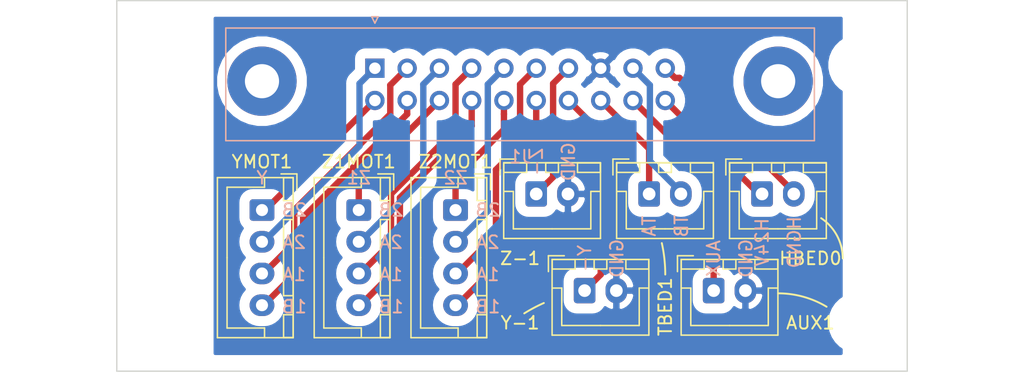
<source format=kicad_pcb>
(kicad_pcb (version 20171130) (host pcbnew "(5.1.4)-1")

  (general
    (thickness 1.6)
    (drawings 33)
    (tracks 76)
    (zones 0)
    (modules 13)
    (nets 21)
  )

  (page A4)
  (layers
    (0 F.Cu signal)
    (31 B.Cu signal)
    (32 B.Adhes user)
    (33 F.Adhes user)
    (34 B.Paste user)
    (35 F.Paste user)
    (36 B.SilkS user)
    (37 F.SilkS user)
    (38 B.Mask user)
    (39 F.Mask user)
    (40 Dwgs.User user)
    (41 Cmts.User user)
    (42 Eco1.User user)
    (43 Eco2.User user)
    (44 Edge.Cuts user)
    (45 Margin user)
    (46 B.CrtYd user)
    (47 F.CrtYd user)
    (48 B.Fab user)
    (49 F.Fab user)
  )

  (setup
    (last_trace_width 0.5)
    (user_trace_width 0.5)
    (trace_clearance 0.2)
    (zone_clearance 0.8)
    (zone_45_only no)
    (trace_min 0.2)
    (via_size 0.8)
    (via_drill 0.4)
    (via_min_size 0.4)
    (via_min_drill 0.3)
    (uvia_size 0.3)
    (uvia_drill 0.1)
    (uvias_allowed no)
    (uvia_min_size 0.2)
    (uvia_min_drill 0.1)
    (edge_width 0.1)
    (segment_width 0.2)
    (pcb_text_width 0.3)
    (pcb_text_size 1.5 1.5)
    (mod_edge_width 0.15)
    (mod_text_size 1 1)
    (mod_text_width 0.15)
    (pad_size 1.524 1.524)
    (pad_drill 0.762)
    (pad_to_mask_clearance 0)
    (aux_axis_origin 119.38 85.09)
    (visible_elements 7FFFFFFF)
    (pcbplotparams
      (layerselection 0x010fc_ffffffff)
      (usegerberextensions false)
      (usegerberattributes false)
      (usegerberadvancedattributes false)
      (creategerberjobfile false)
      (excludeedgelayer true)
      (linewidth 0.100000)
      (plotframeref false)
      (viasonmask false)
      (mode 1)
      (useauxorigin true)
      (hpglpennumber 1)
      (hpglpenspeed 20)
      (hpglpendiameter 15.000000)
      (psnegative false)
      (psa4output false)
      (plotreference true)
      (plotvalue true)
      (plotinvisibletext false)
      (padsonsilk false)
      (subtractmaskfromsilk false)
      (outputformat 1)
      (mirror false)
      (drillshape 0)
      (scaleselection 1)
      (outputdirectory "external"))
  )

  (net 0 "")
  (net 1 /GND)
  (net 2 /AUX)
  (net 3 /HBEDGND)
  (net 4 /HBED24V)
  (net 5 /TB)
  (net 6 /TA)
  (net 7 /Y-MIN)
  (net 8 /Z-MIN)
  (net 9 /Z2-1B)
  (net 10 /Z2-1A)
  (net 11 /Z2-2B)
  (net 12 /Z2-2A)
  (net 13 /Z1-1B)
  (net 14 /Z1-1A)
  (net 15 /Z1-2B)
  (net 16 /Z1-2A)
  (net 17 /Y-1B)
  (net 18 /Y-1A)
  (net 19 /Y-2B)
  (net 20 /Y-2A)

  (net_class Default "This is the default net class."
    (clearance 0.2)
    (trace_width 0.25)
    (via_dia 0.8)
    (via_drill 0.4)
    (uvia_dia 0.3)
    (uvia_drill 0.1)
    (add_net /AUX)
    (add_net /GND)
    (add_net /HBED24V)
    (add_net /HBEDGND)
    (add_net /TA)
    (add_net /TB)
    (add_net /Y-1A)
    (add_net /Y-1B)
    (add_net /Y-2A)
    (add_net /Y-2B)
    (add_net /Y-MIN)
    (add_net /Z-MIN)
    (add_net /Z1-1A)
    (add_net /Z1-1B)
    (add_net /Z1-2A)
    (add_net /Z1-2B)
    (add_net /Z2-1A)
    (add_net /Z2-1B)
    (add_net /Z2-2A)
    (add_net /Z2-2B)
  )

  (module MountingHole:MountingHole_3.2mm_M3_ISO7380 (layer F.Cu) (tedit 56D1B4CB) (tstamp 5D76F1DE)
    (at 123.19 81.28)
    (descr "Mounting Hole 3.2mm, no annular, M3, ISO7380")
    (tags "mounting hole 3.2mm no annular m3 iso7380")
    (attr virtual)
    (fp_text reference REF** (at 0 -3.85) (layer F.SilkS) hide
      (effects (font (size 1 1) (thickness 0.15)))
    )
    (fp_text value MountingHole_3.2mm_M3_ISO7380 (at 0 3.85) (layer F.Fab)
      (effects (font (size 1 1) (thickness 0.15)))
    )
    (fp_text user %R (at 0.3 0) (layer F.Fab)
      (effects (font (size 1 1) (thickness 0.15)))
    )
    (fp_circle (center 0 0) (end 2.85 0) (layer Cmts.User) (width 0.15))
    (fp_circle (center 0 0) (end 3.1 0) (layer F.CrtYd) (width 0.05))
    (pad 1 np_thru_hole circle (at 0 0) (size 3.2 3.2) (drill 3.2) (layers *.Cu *.Mask))
  )

  (module MountingHole:MountingHole_3.2mm_M3_ISO7380 (layer F.Cu) (tedit 56D1B4CB) (tstamp 5D76F1DE)
    (at 123.19 60.96)
    (descr "Mounting Hole 3.2mm, no annular, M3, ISO7380")
    (tags "mounting hole 3.2mm no annular m3 iso7380")
    (attr virtual)
    (fp_text reference REF** (at 0 -3.85) (layer F.SilkS) hide
      (effects (font (size 1 1) (thickness 0.15)))
    )
    (fp_text value MountingHole_3.2mm_M3_ISO7380 (at 0 3.85) (layer F.Fab)
      (effects (font (size 1 1) (thickness 0.15)))
    )
    (fp_text user %R (at 0.3 0) (layer F.Fab)
      (effects (font (size 1 1) (thickness 0.15)))
    )
    (fp_circle (center 0 0) (end 2.85 0) (layer Cmts.User) (width 0.15))
    (fp_circle (center 0 0) (end 3.1 0) (layer F.CrtYd) (width 0.05))
    (pad 1 np_thru_hole circle (at 0 0) (size 3.2 3.2) (drill 3.2) (layers *.Cu *.Mask))
  )

  (module MountingHole:MountingHole_3.2mm_M3_ISO7380 (layer F.Cu) (tedit 56D1B4CB) (tstamp 5D76F1DE)
    (at 177.8 60.96)
    (descr "Mounting Hole 3.2mm, no annular, M3, ISO7380")
    (tags "mounting hole 3.2mm no annular m3 iso7380")
    (attr virtual)
    (fp_text reference REF** (at 2.54 -1.27) (layer F.SilkS) hide
      (effects (font (size 1 1) (thickness 0.15)))
    )
    (fp_text value MountingHole_3.2mm_M3_ISO7380 (at 0 3.85) (layer F.Fab)
      (effects (font (size 1 1) (thickness 0.15)))
    )
    (fp_text user %R (at 0.3 0) (layer F.Fab)
      (effects (font (size 1 1) (thickness 0.15)))
    )
    (fp_circle (center 0 0) (end 2.85 0) (layer Cmts.User) (width 0.15))
    (fp_circle (center 0 0) (end 3.1 0) (layer F.CrtYd) (width 0.05))
    (pad 1 np_thru_hole circle (at 0 0) (size 3.2 3.2) (drill 3.2) (layers *.Cu *.Mask))
  )

  (module MountingHole:MountingHole_3.2mm_M3_ISO7380 (layer F.Cu) (tedit 56D1B4CB) (tstamp 5D76F1D0)
    (at 177.8 81.28)
    (descr "Mounting Hole 3.2mm, no annular, M3, ISO7380")
    (tags "mounting hole 3.2mm no annular m3 iso7380")
    (attr virtual)
    (fp_text reference REF** (at 0 -3.85) (layer F.SilkS) hide
      (effects (font (size 1 1) (thickness 0.15)))
    )
    (fp_text value MountingHole_3.2mm_M3_ISO7380 (at 0 3.85) (layer F.Fab)
      (effects (font (size 1 1) (thickness 0.15)))
    )
    (fp_circle (center 0 0) (end 3.1 0) (layer F.CrtYd) (width 0.05))
    (fp_circle (center 0 0) (end 2.85 0) (layer Cmts.User) (width 0.15))
    (fp_text user %R (at 0.3 0) (layer F.Fab)
      (effects (font (size 1 1) (thickness 0.15)))
    )
    (pad 1 np_thru_hole circle (at 0 0) (size 3.2 3.2) (drill 3.2) (layers *.Cu *.Mask))
  )

  (module Connector_JST:JST_XH_B4B-XH-A_1x04_P2.50mm_Vertical (layer F.Cu) (tedit 5C28146C) (tstamp 5D76C548)
    (at 146.05 72.39 270)
    (descr "JST XH series connector, B4B-XH-A (http://www.jst-mfg.com/product/pdf/eng/eXH.pdf), generated with kicad-footprint-generator")
    (tags "connector JST XH vertical")
    (path /5D797A6C)
    (fp_text reference Z2MOT1 (at -3.81 0 180) (layer F.SilkS)
      (effects (font (size 1 1) (thickness 0.15)))
    )
    (fp_text value Conn_01x04 (at 3.75 4.6 90) (layer F.Fab)
      (effects (font (size 1 1) (thickness 0.15)))
    )
    (fp_text user %R (at 3.75 2.7 90) (layer F.Fab)
      (effects (font (size 1 1) (thickness 0.15)))
    )
    (fp_line (start -2.85 -2.75) (end -2.85 -1.5) (layer F.SilkS) (width 0.12))
    (fp_line (start -1.6 -2.75) (end -2.85 -2.75) (layer F.SilkS) (width 0.12))
    (fp_line (start 9.3 2.75) (end 3.75 2.75) (layer F.SilkS) (width 0.12))
    (fp_line (start 9.3 -0.2) (end 9.3 2.75) (layer F.SilkS) (width 0.12))
    (fp_line (start 10.05 -0.2) (end 9.3 -0.2) (layer F.SilkS) (width 0.12))
    (fp_line (start -1.8 2.75) (end 3.75 2.75) (layer F.SilkS) (width 0.12))
    (fp_line (start -1.8 -0.2) (end -1.8 2.75) (layer F.SilkS) (width 0.12))
    (fp_line (start -2.55 -0.2) (end -1.8 -0.2) (layer F.SilkS) (width 0.12))
    (fp_line (start 10.05 -2.45) (end 8.25 -2.45) (layer F.SilkS) (width 0.12))
    (fp_line (start 10.05 -1.7) (end 10.05 -2.45) (layer F.SilkS) (width 0.12))
    (fp_line (start 8.25 -1.7) (end 10.05 -1.7) (layer F.SilkS) (width 0.12))
    (fp_line (start 8.25 -2.45) (end 8.25 -1.7) (layer F.SilkS) (width 0.12))
    (fp_line (start -0.75 -2.45) (end -2.55 -2.45) (layer F.SilkS) (width 0.12))
    (fp_line (start -0.75 -1.7) (end -0.75 -2.45) (layer F.SilkS) (width 0.12))
    (fp_line (start -2.55 -1.7) (end -0.75 -1.7) (layer F.SilkS) (width 0.12))
    (fp_line (start -2.55 -2.45) (end -2.55 -1.7) (layer F.SilkS) (width 0.12))
    (fp_line (start 6.75 -2.45) (end 0.75 -2.45) (layer F.SilkS) (width 0.12))
    (fp_line (start 6.75 -1.7) (end 6.75 -2.45) (layer F.SilkS) (width 0.12))
    (fp_line (start 0.75 -1.7) (end 6.75 -1.7) (layer F.SilkS) (width 0.12))
    (fp_line (start 0.75 -2.45) (end 0.75 -1.7) (layer F.SilkS) (width 0.12))
    (fp_line (start 0 -1.35) (end 0.625 -2.35) (layer F.Fab) (width 0.1))
    (fp_line (start -0.625 -2.35) (end 0 -1.35) (layer F.Fab) (width 0.1))
    (fp_line (start 10.45 -2.85) (end -2.95 -2.85) (layer F.CrtYd) (width 0.05))
    (fp_line (start 10.45 3.9) (end 10.45 -2.85) (layer F.CrtYd) (width 0.05))
    (fp_line (start -2.95 3.9) (end 10.45 3.9) (layer F.CrtYd) (width 0.05))
    (fp_line (start -2.95 -2.85) (end -2.95 3.9) (layer F.CrtYd) (width 0.05))
    (fp_line (start 10.06 -2.46) (end -2.56 -2.46) (layer F.SilkS) (width 0.12))
    (fp_line (start 10.06 3.51) (end 10.06 -2.46) (layer F.SilkS) (width 0.12))
    (fp_line (start -2.56 3.51) (end 10.06 3.51) (layer F.SilkS) (width 0.12))
    (fp_line (start -2.56 -2.46) (end -2.56 3.51) (layer F.SilkS) (width 0.12))
    (fp_line (start 9.95 -2.35) (end -2.45 -2.35) (layer F.Fab) (width 0.1))
    (fp_line (start 9.95 3.4) (end 9.95 -2.35) (layer F.Fab) (width 0.1))
    (fp_line (start -2.45 3.4) (end 9.95 3.4) (layer F.Fab) (width 0.1))
    (fp_line (start -2.45 -2.35) (end -2.45 3.4) (layer F.Fab) (width 0.1))
    (pad 4 thru_hole oval (at 7.5 0 270) (size 1.7 1.95) (drill 0.95) (layers *.Cu *.Mask)
      (net 9 /Z2-1B))
    (pad 3 thru_hole oval (at 5 0 270) (size 1.7 1.95) (drill 0.95) (layers *.Cu *.Mask)
      (net 10 /Z2-1A))
    (pad 2 thru_hole oval (at 2.5 0 270) (size 1.7 1.95) (drill 0.95) (layers *.Cu *.Mask)
      (net 12 /Z2-2A))
    (pad 1 thru_hole roundrect (at 0 0 270) (size 1.7 1.95) (drill 0.95) (layers *.Cu *.Mask) (roundrect_rratio 0.147059)
      (net 11 /Z2-2B))
    (model ${KISYS3DMOD}/Connector_JST.3dshapes/JST_XH_B4B-XH-A_1x04_P2.50mm_Vertical.wrl
      (at (xyz 0 0 0))
      (scale (xyz 1 1 1))
      (rotate (xyz 0 0 0))
    )
  )

  (module Connector_JST:JST_XH_B4B-XH-A_1x04_P2.50mm_Vertical (layer F.Cu) (tedit 5C28146C) (tstamp 5D76C51D)
    (at 138.43 72.39 270)
    (descr "JST XH series connector, B4B-XH-A (http://www.jst-mfg.com/product/pdf/eng/eXH.pdf), generated with kicad-footprint-generator")
    (tags "connector JST XH vertical")
    (path /5D795FAF)
    (fp_text reference Z1MOT1 (at -3.81 0 180) (layer F.SilkS)
      (effects (font (size 1 1) (thickness 0.15)))
    )
    (fp_text value Conn_01x04 (at 3.75 4.6 90) (layer F.Fab)
      (effects (font (size 1 1) (thickness 0.15)))
    )
    (fp_text user %R (at 3.75 2.7 90) (layer F.Fab)
      (effects (font (size 1 1) (thickness 0.15)))
    )
    (fp_line (start -2.85 -2.75) (end -2.85 -1.5) (layer F.SilkS) (width 0.12))
    (fp_line (start -1.6 -2.75) (end -2.85 -2.75) (layer F.SilkS) (width 0.12))
    (fp_line (start 9.3 2.75) (end 3.75 2.75) (layer F.SilkS) (width 0.12))
    (fp_line (start 9.3 -0.2) (end 9.3 2.75) (layer F.SilkS) (width 0.12))
    (fp_line (start 10.05 -0.2) (end 9.3 -0.2) (layer F.SilkS) (width 0.12))
    (fp_line (start -1.8 2.75) (end 3.75 2.75) (layer F.SilkS) (width 0.12))
    (fp_line (start -1.8 -0.2) (end -1.8 2.75) (layer F.SilkS) (width 0.12))
    (fp_line (start -2.55 -0.2) (end -1.8 -0.2) (layer F.SilkS) (width 0.12))
    (fp_line (start 10.05 -2.45) (end 8.25 -2.45) (layer F.SilkS) (width 0.12))
    (fp_line (start 10.05 -1.7) (end 10.05 -2.45) (layer F.SilkS) (width 0.12))
    (fp_line (start 8.25 -1.7) (end 10.05 -1.7) (layer F.SilkS) (width 0.12))
    (fp_line (start 8.25 -2.45) (end 8.25 -1.7) (layer F.SilkS) (width 0.12))
    (fp_line (start -0.75 -2.45) (end -2.55 -2.45) (layer F.SilkS) (width 0.12))
    (fp_line (start -0.75 -1.7) (end -0.75 -2.45) (layer F.SilkS) (width 0.12))
    (fp_line (start -2.55 -1.7) (end -0.75 -1.7) (layer F.SilkS) (width 0.12))
    (fp_line (start -2.55 -2.45) (end -2.55 -1.7) (layer F.SilkS) (width 0.12))
    (fp_line (start 6.75 -2.45) (end 0.75 -2.45) (layer F.SilkS) (width 0.12))
    (fp_line (start 6.75 -1.7) (end 6.75 -2.45) (layer F.SilkS) (width 0.12))
    (fp_line (start 0.75 -1.7) (end 6.75 -1.7) (layer F.SilkS) (width 0.12))
    (fp_line (start 0.75 -2.45) (end 0.75 -1.7) (layer F.SilkS) (width 0.12))
    (fp_line (start 0 -1.35) (end 0.625 -2.35) (layer F.Fab) (width 0.1))
    (fp_line (start -0.625 -2.35) (end 0 -1.35) (layer F.Fab) (width 0.1))
    (fp_line (start 10.45 -2.85) (end -2.95 -2.85) (layer F.CrtYd) (width 0.05))
    (fp_line (start 10.45 3.9) (end 10.45 -2.85) (layer F.CrtYd) (width 0.05))
    (fp_line (start -2.95 3.9) (end 10.45 3.9) (layer F.CrtYd) (width 0.05))
    (fp_line (start -2.95 -2.85) (end -2.95 3.9) (layer F.CrtYd) (width 0.05))
    (fp_line (start 10.06 -2.46) (end -2.56 -2.46) (layer F.SilkS) (width 0.12))
    (fp_line (start 10.06 3.51) (end 10.06 -2.46) (layer F.SilkS) (width 0.12))
    (fp_line (start -2.56 3.51) (end 10.06 3.51) (layer F.SilkS) (width 0.12))
    (fp_line (start -2.56 -2.46) (end -2.56 3.51) (layer F.SilkS) (width 0.12))
    (fp_line (start 9.95 -2.35) (end -2.45 -2.35) (layer F.Fab) (width 0.1))
    (fp_line (start 9.95 3.4) (end 9.95 -2.35) (layer F.Fab) (width 0.1))
    (fp_line (start -2.45 3.4) (end 9.95 3.4) (layer F.Fab) (width 0.1))
    (fp_line (start -2.45 -2.35) (end -2.45 3.4) (layer F.Fab) (width 0.1))
    (pad 4 thru_hole oval (at 7.5 0 270) (size 1.7 1.95) (drill 0.95) (layers *.Cu *.Mask)
      (net 13 /Z1-1B))
    (pad 3 thru_hole oval (at 5 0 270) (size 1.7 1.95) (drill 0.95) (layers *.Cu *.Mask)
      (net 14 /Z1-1A))
    (pad 2 thru_hole oval (at 2.5 0 270) (size 1.7 1.95) (drill 0.95) (layers *.Cu *.Mask)
      (net 16 /Z1-2A))
    (pad 1 thru_hole roundrect (at 0 0 270) (size 1.7 1.95) (drill 0.95) (layers *.Cu *.Mask) (roundrect_rratio 0.147059)
      (net 15 /Z1-2B))
    (model ${KISYS3DMOD}/Connector_JST.3dshapes/JST_XH_B4B-XH-A_1x04_P2.50mm_Vertical.wrl
      (at (xyz 0 0 0))
      (scale (xyz 1 1 1))
      (rotate (xyz 0 0 0))
    )
  )

  (module Connector_JST:JST_XH_B2B-XH-A_1x02_P2.50mm_Vertical (layer F.Cu) (tedit 5C28146C) (tstamp 5D76C4F2)
    (at 152.4 71.12)
    (descr "JST XH series connector, B2B-XH-A (http://www.jst-mfg.com/product/pdf/eng/eXH.pdf), generated with kicad-footprint-generator")
    (tags "connector JST XH vertical")
    (path /5D79CF66)
    (fp_text reference Z-1 (at -1.27 5.08) (layer F.SilkS)
      (effects (font (size 1 1) (thickness 0.15)))
    )
    (fp_text value Conn_01x02 (at 1.25 4.6) (layer F.Fab)
      (effects (font (size 1 1) (thickness 0.15)))
    )
    (fp_text user %R (at 1.25 2.7) (layer F.Fab)
      (effects (font (size 1 1) (thickness 0.15)))
    )
    (fp_line (start -2.85 -2.75) (end -2.85 -1.5) (layer F.SilkS) (width 0.12))
    (fp_line (start -1.6 -2.75) (end -2.85 -2.75) (layer F.SilkS) (width 0.12))
    (fp_line (start 4.3 2.75) (end 1.25 2.75) (layer F.SilkS) (width 0.12))
    (fp_line (start 4.3 -0.2) (end 4.3 2.75) (layer F.SilkS) (width 0.12))
    (fp_line (start 5.05 -0.2) (end 4.3 -0.2) (layer F.SilkS) (width 0.12))
    (fp_line (start -1.8 2.75) (end 1.25 2.75) (layer F.SilkS) (width 0.12))
    (fp_line (start -1.8 -0.2) (end -1.8 2.75) (layer F.SilkS) (width 0.12))
    (fp_line (start -2.55 -0.2) (end -1.8 -0.2) (layer F.SilkS) (width 0.12))
    (fp_line (start 5.05 -2.45) (end 3.25 -2.45) (layer F.SilkS) (width 0.12))
    (fp_line (start 5.05 -1.7) (end 5.05 -2.45) (layer F.SilkS) (width 0.12))
    (fp_line (start 3.25 -1.7) (end 5.05 -1.7) (layer F.SilkS) (width 0.12))
    (fp_line (start 3.25 -2.45) (end 3.25 -1.7) (layer F.SilkS) (width 0.12))
    (fp_line (start -0.75 -2.45) (end -2.55 -2.45) (layer F.SilkS) (width 0.12))
    (fp_line (start -0.75 -1.7) (end -0.75 -2.45) (layer F.SilkS) (width 0.12))
    (fp_line (start -2.55 -1.7) (end -0.75 -1.7) (layer F.SilkS) (width 0.12))
    (fp_line (start -2.55 -2.45) (end -2.55 -1.7) (layer F.SilkS) (width 0.12))
    (fp_line (start 1.75 -2.45) (end 0.75 -2.45) (layer F.SilkS) (width 0.12))
    (fp_line (start 1.75 -1.7) (end 1.75 -2.45) (layer F.SilkS) (width 0.12))
    (fp_line (start 0.75 -1.7) (end 1.75 -1.7) (layer F.SilkS) (width 0.12))
    (fp_line (start 0.75 -2.45) (end 0.75 -1.7) (layer F.SilkS) (width 0.12))
    (fp_line (start 0 -1.35) (end 0.625 -2.35) (layer F.Fab) (width 0.1))
    (fp_line (start -0.625 -2.35) (end 0 -1.35) (layer F.Fab) (width 0.1))
    (fp_line (start 5.45 -2.85) (end -2.95 -2.85) (layer F.CrtYd) (width 0.05))
    (fp_line (start 5.45 3.9) (end 5.45 -2.85) (layer F.CrtYd) (width 0.05))
    (fp_line (start -2.95 3.9) (end 5.45 3.9) (layer F.CrtYd) (width 0.05))
    (fp_line (start -2.95 -2.85) (end -2.95 3.9) (layer F.CrtYd) (width 0.05))
    (fp_line (start 5.06 -2.46) (end -2.56 -2.46) (layer F.SilkS) (width 0.12))
    (fp_line (start 5.06 3.51) (end 5.06 -2.46) (layer F.SilkS) (width 0.12))
    (fp_line (start -2.56 3.51) (end 5.06 3.51) (layer F.SilkS) (width 0.12))
    (fp_line (start -2.56 -2.46) (end -2.56 3.51) (layer F.SilkS) (width 0.12))
    (fp_line (start 4.95 -2.35) (end -2.45 -2.35) (layer F.Fab) (width 0.1))
    (fp_line (start 4.95 3.4) (end 4.95 -2.35) (layer F.Fab) (width 0.1))
    (fp_line (start -2.45 3.4) (end 4.95 3.4) (layer F.Fab) (width 0.1))
    (fp_line (start -2.45 -2.35) (end -2.45 3.4) (layer F.Fab) (width 0.1))
    (pad 2 thru_hole oval (at 2.5 0) (size 1.7 2) (drill 1) (layers *.Cu *.Mask)
      (net 1 /GND))
    (pad 1 thru_hole roundrect (at 0 0) (size 1.7 2) (drill 1) (layers *.Cu *.Mask) (roundrect_rratio 0.147059)
      (net 8 /Z-MIN))
    (model ${KISYS3DMOD}/Connector_JST.3dshapes/JST_XH_B2B-XH-A_1x02_P2.50mm_Vertical.wrl
      (at (xyz 0 0 0))
      (scale (xyz 1 1 1))
      (rotate (xyz 0 0 0))
    )
  )

  (module Connector_JST:JST_XH_B4B-XH-A_1x04_P2.50mm_Vertical (layer F.Cu) (tedit 5C28146C) (tstamp 5D76C4C9)
    (at 130.81 72.39 270)
    (descr "JST XH series connector, B4B-XH-A (http://www.jst-mfg.com/product/pdf/eng/eXH.pdf), generated with kicad-footprint-generator")
    (tags "connector JST XH vertical")
    (path /5D75A424)
    (fp_text reference YMOT1 (at -3.81 0 180) (layer F.SilkS)
      (effects (font (size 1 1) (thickness 0.15)))
    )
    (fp_text value Conn_01x04 (at 3.75 4.6 90) (layer F.Fab)
      (effects (font (size 1 1) (thickness 0.15)))
    )
    (fp_text user %R (at 3.75 2.7 90) (layer F.Fab)
      (effects (font (size 1 1) (thickness 0.15)))
    )
    (fp_line (start -2.85 -2.75) (end -2.85 -1.5) (layer F.SilkS) (width 0.12))
    (fp_line (start -1.6 -2.75) (end -2.85 -2.75) (layer F.SilkS) (width 0.12))
    (fp_line (start 9.3 2.75) (end 3.75 2.75) (layer F.SilkS) (width 0.12))
    (fp_line (start 9.3 -0.2) (end 9.3 2.75) (layer F.SilkS) (width 0.12))
    (fp_line (start 10.05 -0.2) (end 9.3 -0.2) (layer F.SilkS) (width 0.12))
    (fp_line (start -1.8 2.75) (end 3.75 2.75) (layer F.SilkS) (width 0.12))
    (fp_line (start -1.8 -0.2) (end -1.8 2.75) (layer F.SilkS) (width 0.12))
    (fp_line (start -2.55 -0.2) (end -1.8 -0.2) (layer F.SilkS) (width 0.12))
    (fp_line (start 10.05 -2.45) (end 8.25 -2.45) (layer F.SilkS) (width 0.12))
    (fp_line (start 10.05 -1.7) (end 10.05 -2.45) (layer F.SilkS) (width 0.12))
    (fp_line (start 8.25 -1.7) (end 10.05 -1.7) (layer F.SilkS) (width 0.12))
    (fp_line (start 8.25 -2.45) (end 8.25 -1.7) (layer F.SilkS) (width 0.12))
    (fp_line (start -0.75 -2.45) (end -2.55 -2.45) (layer F.SilkS) (width 0.12))
    (fp_line (start -0.75 -1.7) (end -0.75 -2.45) (layer F.SilkS) (width 0.12))
    (fp_line (start -2.55 -1.7) (end -0.75 -1.7) (layer F.SilkS) (width 0.12))
    (fp_line (start -2.55 -2.45) (end -2.55 -1.7) (layer F.SilkS) (width 0.12))
    (fp_line (start 6.75 -2.45) (end 0.75 -2.45) (layer F.SilkS) (width 0.12))
    (fp_line (start 6.75 -1.7) (end 6.75 -2.45) (layer F.SilkS) (width 0.12))
    (fp_line (start 0.75 -1.7) (end 6.75 -1.7) (layer F.SilkS) (width 0.12))
    (fp_line (start 0.75 -2.45) (end 0.75 -1.7) (layer F.SilkS) (width 0.12))
    (fp_line (start 0 -1.35) (end 0.625 -2.35) (layer F.Fab) (width 0.1))
    (fp_line (start -0.625 -2.35) (end 0 -1.35) (layer F.Fab) (width 0.1))
    (fp_line (start 10.45 -2.85) (end -2.95 -2.85) (layer F.CrtYd) (width 0.05))
    (fp_line (start 10.45 3.9) (end 10.45 -2.85) (layer F.CrtYd) (width 0.05))
    (fp_line (start -2.95 3.9) (end 10.45 3.9) (layer F.CrtYd) (width 0.05))
    (fp_line (start -2.95 -2.85) (end -2.95 3.9) (layer F.CrtYd) (width 0.05))
    (fp_line (start 10.06 -2.46) (end -2.56 -2.46) (layer F.SilkS) (width 0.12))
    (fp_line (start 10.06 3.51) (end 10.06 -2.46) (layer F.SilkS) (width 0.12))
    (fp_line (start -2.56 3.51) (end 10.06 3.51) (layer F.SilkS) (width 0.12))
    (fp_line (start -2.56 -2.46) (end -2.56 3.51) (layer F.SilkS) (width 0.12))
    (fp_line (start 9.95 -2.35) (end -2.45 -2.35) (layer F.Fab) (width 0.1))
    (fp_line (start 9.95 3.4) (end 9.95 -2.35) (layer F.Fab) (width 0.1))
    (fp_line (start -2.45 3.4) (end 9.95 3.4) (layer F.Fab) (width 0.1))
    (fp_line (start -2.45 -2.35) (end -2.45 3.4) (layer F.Fab) (width 0.1))
    (pad 4 thru_hole oval (at 7.5 0 270) (size 1.7 1.95) (drill 0.95) (layers *.Cu *.Mask)
      (net 17 /Y-1B))
    (pad 3 thru_hole oval (at 5 0 270) (size 1.7 1.95) (drill 0.95) (layers *.Cu *.Mask)
      (net 18 /Y-1A))
    (pad 2 thru_hole oval (at 2.5 0 270) (size 1.7 1.95) (drill 0.95) (layers *.Cu *.Mask)
      (net 20 /Y-2A))
    (pad 1 thru_hole roundrect (at 0 0 270) (size 1.7 1.95) (drill 0.95) (layers *.Cu *.Mask) (roundrect_rratio 0.147059)
      (net 19 /Y-2B))
    (model ${KISYS3DMOD}/Connector_JST.3dshapes/JST_XH_B4B-XH-A_1x04_P2.50mm_Vertical.wrl
      (at (xyz 0 0 0))
      (scale (xyz 1 1 1))
      (rotate (xyz 0 0 0))
    )
  )

  (module Connector_JST:JST_XH_B2B-XH-A_1x02_P2.50mm_Vertical (layer F.Cu) (tedit 5C28146C) (tstamp 5D76C49E)
    (at 156.21 78.74)
    (descr "JST XH series connector, B2B-XH-A (http://www.jst-mfg.com/product/pdf/eng/eXH.pdf), generated with kicad-footprint-generator")
    (tags "connector JST XH vertical")
    (path /5D79BE6D)
    (fp_text reference Y-1 (at -5.08 2.54) (layer F.SilkS)
      (effects (font (size 1 1) (thickness 0.15)))
    )
    (fp_text value Conn_01x02 (at 1.25 4.6) (layer F.Fab)
      (effects (font (size 1 1) (thickness 0.15)))
    )
    (fp_text user %R (at 1.25 2.7) (layer F.Fab)
      (effects (font (size 1 1) (thickness 0.15)))
    )
    (fp_line (start -2.85 -2.75) (end -2.85 -1.5) (layer F.SilkS) (width 0.12))
    (fp_line (start -1.6 -2.75) (end -2.85 -2.75) (layer F.SilkS) (width 0.12))
    (fp_line (start 4.3 2.75) (end 1.25 2.75) (layer F.SilkS) (width 0.12))
    (fp_line (start 4.3 -0.2) (end 4.3 2.75) (layer F.SilkS) (width 0.12))
    (fp_line (start 5.05 -0.2) (end 4.3 -0.2) (layer F.SilkS) (width 0.12))
    (fp_line (start -1.8 2.75) (end 1.25 2.75) (layer F.SilkS) (width 0.12))
    (fp_line (start -1.8 -0.2) (end -1.8 2.75) (layer F.SilkS) (width 0.12))
    (fp_line (start -2.55 -0.2) (end -1.8 -0.2) (layer F.SilkS) (width 0.12))
    (fp_line (start 5.05 -2.45) (end 3.25 -2.45) (layer F.SilkS) (width 0.12))
    (fp_line (start 5.05 -1.7) (end 5.05 -2.45) (layer F.SilkS) (width 0.12))
    (fp_line (start 3.25 -1.7) (end 5.05 -1.7) (layer F.SilkS) (width 0.12))
    (fp_line (start 3.25 -2.45) (end 3.25 -1.7) (layer F.SilkS) (width 0.12))
    (fp_line (start -0.75 -2.45) (end -2.55 -2.45) (layer F.SilkS) (width 0.12))
    (fp_line (start -0.75 -1.7) (end -0.75 -2.45) (layer F.SilkS) (width 0.12))
    (fp_line (start -2.55 -1.7) (end -0.75 -1.7) (layer F.SilkS) (width 0.12))
    (fp_line (start -2.55 -2.45) (end -2.55 -1.7) (layer F.SilkS) (width 0.12))
    (fp_line (start 1.75 -2.45) (end 0.75 -2.45) (layer F.SilkS) (width 0.12))
    (fp_line (start 1.75 -1.7) (end 1.75 -2.45) (layer F.SilkS) (width 0.12))
    (fp_line (start 0.75 -1.7) (end 1.75 -1.7) (layer F.SilkS) (width 0.12))
    (fp_line (start 0.75 -2.45) (end 0.75 -1.7) (layer F.SilkS) (width 0.12))
    (fp_line (start 0 -1.35) (end 0.625 -2.35) (layer F.Fab) (width 0.1))
    (fp_line (start -0.625 -2.35) (end 0 -1.35) (layer F.Fab) (width 0.1))
    (fp_line (start 5.45 -2.85) (end -2.95 -2.85) (layer F.CrtYd) (width 0.05))
    (fp_line (start 5.45 3.9) (end 5.45 -2.85) (layer F.CrtYd) (width 0.05))
    (fp_line (start -2.95 3.9) (end 5.45 3.9) (layer F.CrtYd) (width 0.05))
    (fp_line (start -2.95 -2.85) (end -2.95 3.9) (layer F.CrtYd) (width 0.05))
    (fp_line (start 5.06 -2.46) (end -2.56 -2.46) (layer F.SilkS) (width 0.12))
    (fp_line (start 5.06 3.51) (end 5.06 -2.46) (layer F.SilkS) (width 0.12))
    (fp_line (start -2.56 3.51) (end 5.06 3.51) (layer F.SilkS) (width 0.12))
    (fp_line (start -2.56 -2.46) (end -2.56 3.51) (layer F.SilkS) (width 0.12))
    (fp_line (start 4.95 -2.35) (end -2.45 -2.35) (layer F.Fab) (width 0.1))
    (fp_line (start 4.95 3.4) (end 4.95 -2.35) (layer F.Fab) (width 0.1))
    (fp_line (start -2.45 3.4) (end 4.95 3.4) (layer F.Fab) (width 0.1))
    (fp_line (start -2.45 -2.35) (end -2.45 3.4) (layer F.Fab) (width 0.1))
    (pad 2 thru_hole oval (at 2.5 0) (size 1.7 2) (drill 1) (layers *.Cu *.Mask)
      (net 1 /GND))
    (pad 1 thru_hole roundrect (at 0 0) (size 1.7 2) (drill 1) (layers *.Cu *.Mask) (roundrect_rratio 0.147059)
      (net 7 /Y-MIN))
    (model ${KISYS3DMOD}/Connector_JST.3dshapes/JST_XH_B2B-XH-A_1x02_P2.50mm_Vertical.wrl
      (at (xyz 0 0 0))
      (scale (xyz 1 1 1))
      (rotate (xyz 0 0 0))
    )
  )

  (module Connector_JST:JST_XH_B2B-XH-A_1x02_P2.50mm_Vertical (layer F.Cu) (tedit 5C28146C) (tstamp 5D76C475)
    (at 161.29 71.12)
    (descr "JST XH series connector, B2B-XH-A (http://www.jst-mfg.com/product/pdf/eng/eXH.pdf), generated with kicad-footprint-generator")
    (tags "connector JST XH vertical")
    (path /5D743AA1)
    (fp_text reference TBED1 (at 1.27 8.89 90) (layer F.SilkS)
      (effects (font (size 1 1) (thickness 0.15)))
    )
    (fp_text value Conn_01x02 (at 1.25 4.6) (layer F.Fab)
      (effects (font (size 1 1) (thickness 0.15)))
    )
    (fp_text user %R (at 1.25 2.7) (layer F.Fab)
      (effects (font (size 1 1) (thickness 0.15)))
    )
    (fp_line (start -2.85 -2.75) (end -2.85 -1.5) (layer F.SilkS) (width 0.12))
    (fp_line (start -1.6 -2.75) (end -2.85 -2.75) (layer F.SilkS) (width 0.12))
    (fp_line (start 4.3 2.75) (end 1.25 2.75) (layer F.SilkS) (width 0.12))
    (fp_line (start 4.3 -0.2) (end 4.3 2.75) (layer F.SilkS) (width 0.12))
    (fp_line (start 5.05 -0.2) (end 4.3 -0.2) (layer F.SilkS) (width 0.12))
    (fp_line (start -1.8 2.75) (end 1.25 2.75) (layer F.SilkS) (width 0.12))
    (fp_line (start -1.8 -0.2) (end -1.8 2.75) (layer F.SilkS) (width 0.12))
    (fp_line (start -2.55 -0.2) (end -1.8 -0.2) (layer F.SilkS) (width 0.12))
    (fp_line (start 5.05 -2.45) (end 3.25 -2.45) (layer F.SilkS) (width 0.12))
    (fp_line (start 5.05 -1.7) (end 5.05 -2.45) (layer F.SilkS) (width 0.12))
    (fp_line (start 3.25 -1.7) (end 5.05 -1.7) (layer F.SilkS) (width 0.12))
    (fp_line (start 3.25 -2.45) (end 3.25 -1.7) (layer F.SilkS) (width 0.12))
    (fp_line (start -0.75 -2.45) (end -2.55 -2.45) (layer F.SilkS) (width 0.12))
    (fp_line (start -0.75 -1.7) (end -0.75 -2.45) (layer F.SilkS) (width 0.12))
    (fp_line (start -2.55 -1.7) (end -0.75 -1.7) (layer F.SilkS) (width 0.12))
    (fp_line (start -2.55 -2.45) (end -2.55 -1.7) (layer F.SilkS) (width 0.12))
    (fp_line (start 1.75 -2.45) (end 0.75 -2.45) (layer F.SilkS) (width 0.12))
    (fp_line (start 1.75 -1.7) (end 1.75 -2.45) (layer F.SilkS) (width 0.12))
    (fp_line (start 0.75 -1.7) (end 1.75 -1.7) (layer F.SilkS) (width 0.12))
    (fp_line (start 0.75 -2.45) (end 0.75 -1.7) (layer F.SilkS) (width 0.12))
    (fp_line (start 0 -1.35) (end 0.625 -2.35) (layer F.Fab) (width 0.1))
    (fp_line (start -0.625 -2.35) (end 0 -1.35) (layer F.Fab) (width 0.1))
    (fp_line (start 5.45 -2.85) (end -2.95 -2.85) (layer F.CrtYd) (width 0.05))
    (fp_line (start 5.45 3.9) (end 5.45 -2.85) (layer F.CrtYd) (width 0.05))
    (fp_line (start -2.95 3.9) (end 5.45 3.9) (layer F.CrtYd) (width 0.05))
    (fp_line (start -2.95 -2.85) (end -2.95 3.9) (layer F.CrtYd) (width 0.05))
    (fp_line (start 5.06 -2.46) (end -2.56 -2.46) (layer F.SilkS) (width 0.12))
    (fp_line (start 5.06 3.51) (end 5.06 -2.46) (layer F.SilkS) (width 0.12))
    (fp_line (start -2.56 3.51) (end 5.06 3.51) (layer F.SilkS) (width 0.12))
    (fp_line (start -2.56 -2.46) (end -2.56 3.51) (layer F.SilkS) (width 0.12))
    (fp_line (start 4.95 -2.35) (end -2.45 -2.35) (layer F.Fab) (width 0.1))
    (fp_line (start 4.95 3.4) (end 4.95 -2.35) (layer F.Fab) (width 0.1))
    (fp_line (start -2.45 3.4) (end 4.95 3.4) (layer F.Fab) (width 0.1))
    (fp_line (start -2.45 -2.35) (end -2.45 3.4) (layer F.Fab) (width 0.1))
    (pad 2 thru_hole oval (at 2.5 0) (size 1.7 2) (drill 1) (layers *.Cu *.Mask)
      (net 5 /TB))
    (pad 1 thru_hole roundrect (at 0 0) (size 1.7 2) (drill 1) (layers *.Cu *.Mask) (roundrect_rratio 0.147059)
      (net 6 /TA))
    (model ${KISYS3DMOD}/Connector_JST.3dshapes/JST_XH_B2B-XH-A_1x02_P2.50mm_Vertical.wrl
      (at (xyz 0 0 0))
      (scale (xyz 1 1 1))
      (rotate (xyz 0 0 0))
    )
  )

  (module Connector_IDC:IDC-Header_2x10_P2.54mm_Vertical_Lock (layer B.Cu) (tedit 5A29A990) (tstamp 5D76C44C)
    (at 139.7 61.21 270)
    (descr "Connector IDC Locked, 10 contacts, compatible header: PANCON HE10 (Series 50, (https://www.reboul.fr/storage/00003af6.pdf)")
    (tags "connector idc locked")
    (path /5D73EC2A)
    (fp_text reference J1 (at 6.98 -11.43 180) (layer B.SilkS)
      (effects (font (size 1 1) (thickness 0.15)) (justify mirror))
    )
    (fp_text value Conn_02x10_Counter_Clockwise (at -4.572 -10.795 180) (layer B.Fab) hide
      (effects (font (size 1 1) (thickness 0.15)) (justify mirror))
    )
    (fp_text user %R (at 3.556 -11.43) (layer B.Fab)
      (effects (font (size 1 1) (thickness 0.15)) (justify mirror))
    )
    (fp_line (start -1.016 0) (end -2.286 -1.016) (layer B.Fab) (width 0.1))
    (fp_line (start -2.286 1.016) (end -1.016 0) (layer B.Fab) (width 0.1))
    (fp_line (start -4.064 -0.254) (end -3.556 0) (layer B.SilkS) (width 0.12))
    (fp_line (start -4.064 0.254) (end -4.064 -0.254) (layer B.SilkS) (width 0.12))
    (fp_line (start -3.556 0) (end -4.064 0.254) (layer B.SilkS) (width 0.12))
    (fp_line (start -3.05 -9.65) (end -2.29 -9.65) (layer B.Fab) (width 0.1))
    (fp_line (start -2.29 -9.65) (end -2.29 3.81) (layer B.Fab) (width 0.1))
    (fp_line (start -2.29 3.81) (end 4.83 3.81) (layer B.Fab) (width 0.1))
    (fp_line (start 4.83 3.81) (end 4.83 -26.67) (layer B.Fab) (width 0.1))
    (fp_line (start 4.83 -26.67) (end -2.29 -26.67) (layer B.Fab) (width 0.1))
    (fp_line (start -2.29 -26.67) (end -2.29 -13.21) (layer B.Fab) (width 0.1))
    (fp_line (start -2.29 -13.21) (end -3.05 -13.21) (layer B.Fab) (width 0.1))
    (fp_line (start 5.59 10.92) (end -3.05 10.92) (layer B.Fab) (width 0.1))
    (fp_line (start -3.05 10.92) (end -3.05 -33.78) (layer B.Fab) (width 0.1))
    (fp_line (start -3.05 -33.78) (end 5.59 -33.78) (layer B.Fab) (width 0.1))
    (fp_line (start 5.59 -33.78) (end 5.59 10.92) (layer B.Fab) (width 0.1))
    (fp_line (start 5.84 11.87) (end 5.84 -34.73) (layer B.CrtYd) (width 0.05))
    (fp_line (start 5.84 11.87) (end -3.3 11.87) (layer B.CrtYd) (width 0.05))
    (fp_line (start -3.3 -34.73) (end 5.84 -34.73) (layer B.CrtYd) (width 0.05))
    (fp_line (start -3.3 -34.73) (end -3.3 11.87) (layer B.CrtYd) (width 0.05))
    (fp_line (start 5.71 11.74) (end 5.71 -34.6) (layer B.SilkS) (width 0.12))
    (fp_line (start 5.71 11.74) (end -3.17 11.74) (layer B.SilkS) (width 0.12))
    (fp_line (start -3.17 -34.6) (end 5.71 -34.6) (layer B.SilkS) (width 0.12))
    (fp_line (start -3.17 -34.6) (end -3.17 11.74) (layer B.SilkS) (width 0.12))
    (pad 1 thru_hole rect (at 0 0) (size 1.52 1.52) (drill 0.91) (layers *.Cu *.Mask)
      (net 20 /Y-2A))
    (pad 2 thru_hole circle (at 2.54 0) (size 1.52 1.52) (drill 0.91) (layers *.Cu *.Mask)
      (net 19 /Y-2B))
    (pad 3 thru_hole circle (at 0 -2.54) (size 1.52 1.52) (drill 0.91) (layers *.Cu *.Mask)
      (net 18 /Y-1A))
    (pad 4 thru_hole circle (at 2.54 -2.54) (size 1.52 1.52) (drill 0.91) (layers *.Cu *.Mask)
      (net 17 /Y-1B))
    (pad 5 thru_hole circle (at 0 -5.08) (size 1.52 1.52) (drill 0.91) (layers *.Cu *.Mask)
      (net 16 /Z1-2A))
    (pad 6 thru_hole circle (at 2.54 -5.08) (size 1.52 1.52) (drill 0.91) (layers *.Cu *.Mask)
      (net 15 /Z1-2B))
    (pad 7 thru_hole circle (at 0 -7.62) (size 1.52 1.52) (drill 0.91) (layers *.Cu *.Mask)
      (net 14 /Z1-1A))
    (pad 8 thru_hole circle (at 2.54 -7.62) (size 1.52 1.52) (drill 0.91) (layers *.Cu *.Mask)
      (net 13 /Z1-1B))
    (pad 9 thru_hole circle (at 0 -10.16) (size 1.52 1.52) (drill 0.91) (layers *.Cu *.Mask)
      (net 12 /Z2-2A))
    (pad 10 thru_hole circle (at 2.54 -10.16) (size 1.52 1.52) (drill 0.91) (layers *.Cu *.Mask)
      (net 11 /Z2-2B))
    (pad 11 thru_hole circle (at 0 -12.7) (size 1.52 1.52) (drill 0.91) (layers *.Cu *.Mask)
      (net 10 /Z2-1A))
    (pad 12 thru_hole circle (at 2.54 -12.7) (size 1.52 1.52) (drill 0.91) (layers *.Cu *.Mask)
      (net 9 /Z2-1B))
    (pad 13 thru_hole circle (at 0 -15.24) (size 1.52 1.52) (drill 0.91) (layers *.Cu *.Mask)
      (net 8 /Z-MIN))
    (pad 14 thru_hole circle (at 2.54 -15.24) (size 1.52 1.52) (drill 0.91) (layers *.Cu *.Mask)
      (net 7 /Y-MIN))
    (pad 15 thru_hole circle (at 0 -17.78) (size 1.52 1.52) (drill 0.91) (layers *.Cu *.Mask)
      (net 1 /GND))
    (pad 16 thru_hole circle (at 2.54 -17.78) (size 1.52 1.52) (drill 0.91) (layers *.Cu *.Mask)
      (net 6 /TA))
    (pad 17 thru_hole circle (at 0 -20.32) (size 1.52 1.52) (drill 0.91) (layers *.Cu *.Mask)
      (net 5 /TB))
    (pad 18 thru_hole circle (at 2.54 -20.32) (size 1.52 1.52) (drill 0.91) (layers *.Cu *.Mask)
      (net 2 /AUX))
    (pad 19 thru_hole circle (at 0 -22.86) (size 1.52 1.52) (drill 0.91) (layers *.Cu *.Mask)
      (net 3 /HBEDGND))
    (pad 20 thru_hole circle (at 2.54 -22.86) (size 1.52 1.52) (drill 0.91) (layers *.Cu *.Mask)
      (net 4 /HBED24V))
    (pad "" thru_hole circle (at 1.02 8.89) (size 5.46 5.46) (drill 2.69) (layers *.Cu *.Mask))
    (pad "" thru_hole circle (at 1.02 -31.75) (size 5.46 5.46) (drill 2.69) (layers *.Cu *.Mask))
    (model ${KISYS3DMOD}/Connector_IDC.3dshapes/IDC-Header_2x10_P2.54mm_Vertical_Lock.wrl
      (offset (xyz 11.42999982833862 1.269999980926514 0))
      (scale (xyz 1 1 1))
      (rotate (xyz 0 0 0))
    )
  )

  (module Connector_JST:JST_XH_B2B-XH-A_1x02_P2.50mm_Vertical (layer F.Cu) (tedit 5C28146C) (tstamp 5D76C419)
    (at 170.18 71.12)
    (descr "JST XH series connector, B2B-XH-A (http://www.jst-mfg.com/product/pdf/eng/eXH.pdf), generated with kicad-footprint-generator")
    (tags "connector JST XH vertical")
    (path /5D79ACF2)
    (fp_text reference HBED0 (at 3.81 5.08) (layer F.SilkS)
      (effects (font (size 1 1) (thickness 0.15)))
    )
    (fp_text value Conn_01x02 (at 1.25 4.6) (layer F.Fab)
      (effects (font (size 1 1) (thickness 0.15)))
    )
    (fp_text user %R (at 1.25 2.7) (layer F.Fab)
      (effects (font (size 1 1) (thickness 0.15)))
    )
    (fp_line (start -2.85 -2.75) (end -2.85 -1.5) (layer F.SilkS) (width 0.12))
    (fp_line (start -1.6 -2.75) (end -2.85 -2.75) (layer F.SilkS) (width 0.12))
    (fp_line (start 4.3 2.75) (end 1.25 2.75) (layer F.SilkS) (width 0.12))
    (fp_line (start 4.3 -0.2) (end 4.3 2.75) (layer F.SilkS) (width 0.12))
    (fp_line (start 5.05 -0.2) (end 4.3 -0.2) (layer F.SilkS) (width 0.12))
    (fp_line (start -1.8 2.75) (end 1.25 2.75) (layer F.SilkS) (width 0.12))
    (fp_line (start -1.8 -0.2) (end -1.8 2.75) (layer F.SilkS) (width 0.12))
    (fp_line (start -2.55 -0.2) (end -1.8 -0.2) (layer F.SilkS) (width 0.12))
    (fp_line (start 5.05 -2.45) (end 3.25 -2.45) (layer F.SilkS) (width 0.12))
    (fp_line (start 5.05 -1.7) (end 5.05 -2.45) (layer F.SilkS) (width 0.12))
    (fp_line (start 3.25 -1.7) (end 5.05 -1.7) (layer F.SilkS) (width 0.12))
    (fp_line (start 3.25 -2.45) (end 3.25 -1.7) (layer F.SilkS) (width 0.12))
    (fp_line (start -0.75 -2.45) (end -2.55 -2.45) (layer F.SilkS) (width 0.12))
    (fp_line (start -0.75 -1.7) (end -0.75 -2.45) (layer F.SilkS) (width 0.12))
    (fp_line (start -2.55 -1.7) (end -0.75 -1.7) (layer F.SilkS) (width 0.12))
    (fp_line (start -2.55 -2.45) (end -2.55 -1.7) (layer F.SilkS) (width 0.12))
    (fp_line (start 1.75 -2.45) (end 0.75 -2.45) (layer F.SilkS) (width 0.12))
    (fp_line (start 1.75 -1.7) (end 1.75 -2.45) (layer F.SilkS) (width 0.12))
    (fp_line (start 0.75 -1.7) (end 1.75 -1.7) (layer F.SilkS) (width 0.12))
    (fp_line (start 0.75 -2.45) (end 0.75 -1.7) (layer F.SilkS) (width 0.12))
    (fp_line (start 0 -1.35) (end 0.625 -2.35) (layer F.Fab) (width 0.1))
    (fp_line (start -0.625 -2.35) (end 0 -1.35) (layer F.Fab) (width 0.1))
    (fp_line (start 5.45 -2.85) (end -2.95 -2.85) (layer F.CrtYd) (width 0.05))
    (fp_line (start 5.45 3.9) (end 5.45 -2.85) (layer F.CrtYd) (width 0.05))
    (fp_line (start -2.95 3.9) (end 5.45 3.9) (layer F.CrtYd) (width 0.05))
    (fp_line (start -2.95 -2.85) (end -2.95 3.9) (layer F.CrtYd) (width 0.05))
    (fp_line (start 5.06 -2.46) (end -2.56 -2.46) (layer F.SilkS) (width 0.12))
    (fp_line (start 5.06 3.51) (end 5.06 -2.46) (layer F.SilkS) (width 0.12))
    (fp_line (start -2.56 3.51) (end 5.06 3.51) (layer F.SilkS) (width 0.12))
    (fp_line (start -2.56 -2.46) (end -2.56 3.51) (layer F.SilkS) (width 0.12))
    (fp_line (start 4.95 -2.35) (end -2.45 -2.35) (layer F.Fab) (width 0.1))
    (fp_line (start 4.95 3.4) (end 4.95 -2.35) (layer F.Fab) (width 0.1))
    (fp_line (start -2.45 3.4) (end 4.95 3.4) (layer F.Fab) (width 0.1))
    (fp_line (start -2.45 -2.35) (end -2.45 3.4) (layer F.Fab) (width 0.1))
    (pad 2 thru_hole oval (at 2.5 0) (size 1.7 2) (drill 1) (layers *.Cu *.Mask)
      (net 3 /HBEDGND))
    (pad 1 thru_hole roundrect (at 0 0) (size 1.7 2) (drill 1) (layers *.Cu *.Mask) (roundrect_rratio 0.147059)
      (net 4 /HBED24V))
    (model ${KISYS3DMOD}/Connector_JST.3dshapes/JST_XH_B2B-XH-A_1x02_P2.50mm_Vertical.wrl
      (at (xyz 0 0 0))
      (scale (xyz 1 1 1))
      (rotate (xyz 0 0 0))
    )
  )

  (module Connector_JST:JST_XH_B2B-XH-A_1x02_P2.50mm_Vertical (layer F.Cu) (tedit 5C28146C) (tstamp 5D76C3F0)
    (at 166.37 78.74)
    (descr "JST XH series connector, B2B-XH-A (http://www.jst-mfg.com/product/pdf/eng/eXH.pdf), generated with kicad-footprint-generator")
    (tags "connector JST XH vertical")
    (path /5D7A6A6D)
    (fp_text reference AUX1 (at 7.62 2.54) (layer F.SilkS)
      (effects (font (size 1 1) (thickness 0.15)))
    )
    (fp_text value Conn_01x02 (at 1.25 4.6) (layer F.Fab)
      (effects (font (size 1 1) (thickness 0.15)))
    )
    (fp_text user %R (at 1.25 2.7) (layer F.Fab)
      (effects (font (size 1 1) (thickness 0.15)))
    )
    (fp_line (start -2.85 -2.75) (end -2.85 -1.5) (layer F.SilkS) (width 0.12))
    (fp_line (start -1.6 -2.75) (end -2.85 -2.75) (layer F.SilkS) (width 0.12))
    (fp_line (start 4.3 2.75) (end 1.25 2.75) (layer F.SilkS) (width 0.12))
    (fp_line (start 4.3 -0.2) (end 4.3 2.75) (layer F.SilkS) (width 0.12))
    (fp_line (start 5.05 -0.2) (end 4.3 -0.2) (layer F.SilkS) (width 0.12))
    (fp_line (start -1.8 2.75) (end 1.25 2.75) (layer F.SilkS) (width 0.12))
    (fp_line (start -1.8 -0.2) (end -1.8 2.75) (layer F.SilkS) (width 0.12))
    (fp_line (start -2.55 -0.2) (end -1.8 -0.2) (layer F.SilkS) (width 0.12))
    (fp_line (start 5.05 -2.45) (end 3.25 -2.45) (layer F.SilkS) (width 0.12))
    (fp_line (start 5.05 -1.7) (end 5.05 -2.45) (layer F.SilkS) (width 0.12))
    (fp_line (start 3.25 -1.7) (end 5.05 -1.7) (layer F.SilkS) (width 0.12))
    (fp_line (start 3.25 -2.45) (end 3.25 -1.7) (layer F.SilkS) (width 0.12))
    (fp_line (start -0.75 -2.45) (end -2.55 -2.45) (layer F.SilkS) (width 0.12))
    (fp_line (start -0.75 -1.7) (end -0.75 -2.45) (layer F.SilkS) (width 0.12))
    (fp_line (start -2.55 -1.7) (end -0.75 -1.7) (layer F.SilkS) (width 0.12))
    (fp_line (start -2.55 -2.45) (end -2.55 -1.7) (layer F.SilkS) (width 0.12))
    (fp_line (start 1.75 -2.45) (end 0.75 -2.45) (layer F.SilkS) (width 0.12))
    (fp_line (start 1.75 -1.7) (end 1.75 -2.45) (layer F.SilkS) (width 0.12))
    (fp_line (start 0.75 -1.7) (end 1.75 -1.7) (layer F.SilkS) (width 0.12))
    (fp_line (start 0.75 -2.45) (end 0.75 -1.7) (layer F.SilkS) (width 0.12))
    (fp_line (start 0 -1.35) (end 0.625 -2.35) (layer F.Fab) (width 0.1))
    (fp_line (start -0.625 -2.35) (end 0 -1.35) (layer F.Fab) (width 0.1))
    (fp_line (start 5.45 -2.85) (end -2.95 -2.85) (layer F.CrtYd) (width 0.05))
    (fp_line (start 5.45 3.9) (end 5.45 -2.85) (layer F.CrtYd) (width 0.05))
    (fp_line (start -2.95 3.9) (end 5.45 3.9) (layer F.CrtYd) (width 0.05))
    (fp_line (start -2.95 -2.85) (end -2.95 3.9) (layer F.CrtYd) (width 0.05))
    (fp_line (start 5.06 -2.46) (end -2.56 -2.46) (layer F.SilkS) (width 0.12))
    (fp_line (start 5.06 3.51) (end 5.06 -2.46) (layer F.SilkS) (width 0.12))
    (fp_line (start -2.56 3.51) (end 5.06 3.51) (layer F.SilkS) (width 0.12))
    (fp_line (start -2.56 -2.46) (end -2.56 3.51) (layer F.SilkS) (width 0.12))
    (fp_line (start 4.95 -2.35) (end -2.45 -2.35) (layer F.Fab) (width 0.1))
    (fp_line (start 4.95 3.4) (end 4.95 -2.35) (layer F.Fab) (width 0.1))
    (fp_line (start -2.45 3.4) (end 4.95 3.4) (layer F.Fab) (width 0.1))
    (fp_line (start -2.45 -2.35) (end -2.45 3.4) (layer F.Fab) (width 0.1))
    (pad 2 thru_hole oval (at 2.5 0) (size 1.7 2) (drill 1) (layers *.Cu *.Mask)
      (net 1 /GND))
    (pad 1 thru_hole roundrect (at 0 0) (size 1.7 2) (drill 1) (layers *.Cu *.Mask) (roundrect_rratio 0.147059)
      (net 2 /AUX))
    (model ${KISYS3DMOD}/Connector_JST.3dshapes/JST_XH_B2B-XH-A_1x02_P2.50mm_Vertical.wrl
      (at (xyz 0 0 0))
      (scale (xyz 1 1 1))
      (rotate (xyz 0 0 0))
    )
  )

  (gr_line (start 119.38 85.09) (end 119.38 55.88) (layer Edge.Cuts) (width 0.1) (tstamp 5D76F24F))
  (gr_line (start 181.61 85.09) (end 119.38 85.09) (layer Edge.Cuts) (width 0.1))
  (gr_line (start 181.61 55.88) (end 181.61 85.09) (layer Edge.Cuts) (width 0.1))
  (gr_line (start 119.38 55.88) (end 181.61 55.88) (layer Edge.Cuts) (width 0.1))
  (gr_text AUX (at 166.37 76.2 90) (layer B.SilkS)
    (effects (font (size 1 1) (thickness 0.15)) (justify mirror))
  )
  (gr_text GND (at 168.91 76.2 90) (layer B.SilkS)
    (effects (font (size 1 1) (thickness 0.15)) (justify mirror))
  )
  (gr_text H24V (at 170.18 74.93 90) (layer B.SilkS)
    (effects (font (size 1 1) (thickness 0.15)) (justify mirror))
  )
  (gr_text HGND (at 172.72 74.93 90) (layer B.SilkS)
    (effects (font (size 1 1) (thickness 0.15)) (justify mirror))
  )
  (gr_text TB (at 163.83 73.66 90) (layer B.SilkS)
    (effects (font (size 1 1) (thickness 0.15)) (justify mirror))
  )
  (gr_text TA (at 161.29 73.66 90) (layer B.SilkS)
    (effects (font (size 1 1) (thickness 0.15)) (justify mirror))
  )
  (gr_text GND (at 158.75 76.2 90) (layer B.SilkS)
    (effects (font (size 1 1) (thickness 0.15)) (justify mirror))
  )
  (gr_text Y- (at 156.21 76.2 90) (layer B.SilkS)
    (effects (font (size 1 1) (thickness 0.15)) (justify mirror))
  )
  (gr_text Z- (at 152.4 68.58 90) (layer B.SilkS)
    (effects (font (size 1 1) (thickness 0.15)) (justify mirror))
  )
  (gr_text GND (at 154.94 68.58 90) (layer B.SilkS)
    (effects (font (size 1 1) (thickness 0.15)) (justify mirror))
  )
  (gr_text 1A (at 148.59 77.47) (layer B.SilkS) (tstamp 5D76E688)
    (effects (font (size 1 1) (thickness 0.15)) (justify mirror))
  )
  (gr_text 2B (at 148.59 72.39) (layer B.SilkS) (tstamp 5D76E687)
    (effects (font (size 1 1) (thickness 0.15)) (justify mirror))
  )
  (gr_text 2A (at 148.59 74.93) (layer B.SilkS) (tstamp 5D76E686)
    (effects (font (size 1 1) (thickness 0.15)) (justify mirror))
  )
  (gr_text 1B (at 148.59 80.01) (layer B.SilkS) (tstamp 5D76E685)
    (effects (font (size 1 1) (thickness 0.15)) (justify mirror))
  )
  (gr_text 1A (at 140.97 77.47) (layer B.SilkS) (tstamp 5D76E688)
    (effects (font (size 1 1) (thickness 0.15)) (justify mirror))
  )
  (gr_text 2B (at 140.97 72.39) (layer B.SilkS) (tstamp 5D76E687)
    (effects (font (size 1 1) (thickness 0.15)) (justify mirror))
  )
  (gr_text 2A (at 140.97 74.93) (layer B.SilkS) (tstamp 5D76E686)
    (effects (font (size 1 1) (thickness 0.15)) (justify mirror))
  )
  (gr_text 1B (at 140.97 80.01) (layer B.SilkS) (tstamp 5D76E685)
    (effects (font (size 1 1) (thickness 0.15)) (justify mirror))
  )
  (gr_text 1B (at 133.35 80.01) (layer B.SilkS)
    (effects (font (size 1 1) (thickness 0.15)) (justify mirror))
  )
  (gr_text 1A (at 133.35 77.47) (layer B.SilkS)
    (effects (font (size 1 1) (thickness 0.15)) (justify mirror))
  )
  (gr_text 2A (at 133.35 74.93) (layer B.SilkS)
    (effects (font (size 1 1) (thickness 0.15)) (justify mirror))
  )
  (gr_text 2B (at 133.35 72.39) (layer B.SilkS)
    (effects (font (size 1 1) (thickness 0.15)) (justify mirror))
  )
  (gr_text Y (at 130.81 69.85) (layer B.SilkS)
    (effects (font (size 1 1) (thickness 0.15)) (justify mirror))
  )
  (gr_text Z2 (at 146.05 69.85) (layer B.SilkS)
    (effects (font (size 1 1) (thickness 0.15)) (justify mirror))
  )
  (gr_text Z1 (at 138.43 69.85) (layer B.SilkS)
    (effects (font (size 1 1) (thickness 0.15)) (justify mirror))
  )
  (gr_arc (start 158.080607 91.146242) (end 153.000608 79.716243) (angle -8) (layer F.SilkS) (width 0.15))
  (gr_arc (start 171.45 86.36) (end 175.259999 80.010001) (angle -31) (layer F.SilkS) (width 0.15))
  (gr_arc (start 172.72 76.2) (end 176.53 76.2) (angle -56.3) (layer F.SilkS) (width 0.15))
  (gr_arc (start 151.13 77.47) (end 162.56 77.47) (angle -12.5) (layer F.SilkS) (width 0.15))

  (segment (start 166.37 70.1) (end 166.37 78.74) (width 0.5) (layer F.Cu) (net 2))
  (segment (start 160.02 63.75) (end 166.37 70.1) (width 0.5) (layer F.Cu) (net 2))
  (segment (start 172.68 70.97) (end 172.68 71.12) (width 0.5) (layer F.Cu) (net 3))
  (segment (start 163.679999 61.969999) (end 172.68 70.97) (width 0.5) (layer F.Cu) (net 3))
  (segment (start 163.319999 61.969999) (end 163.679999 61.969999) (width 0.5) (layer F.Cu) (net 3))
  (segment (start 162.56 61.21) (end 163.319999 61.969999) (width 0.5) (layer F.Cu) (net 3))
  (segment (start 169.93 71.12) (end 170.18 71.12) (width 0.5) (layer F.Cu) (net 4))
  (segment (start 162.56 63.75) (end 169.93 71.12) (width 0.5) (layer F.Cu) (net 4))
  (segment (start 163.79 70.97) (end 163.79 71.12) (width 0.5) (layer B.Cu) (net 5))
  (segment (start 161.349999 68.529999) (end 163.79 70.97) (width 0.5) (layer B.Cu) (net 5))
  (segment (start 161.349999 62.539999) (end 161.349999 68.529999) (width 0.5) (layer B.Cu) (net 5))
  (segment (start 160.02 61.21) (end 161.349999 62.539999) (width 0.5) (layer B.Cu) (net 5))
  (segment (start 161.29 67.56) (end 161.29 71.12) (width 0.5) (layer F.Cu) (net 6))
  (segment (start 157.48 63.75) (end 161.29 67.56) (width 0.5) (layer F.Cu) (net 6))
  (segment (start 154.94 63.75) (end 157.48 66.29) (width 0.5) (layer F.Cu) (net 7))
  (segment (start 157.48 77.47) (end 156.21 78.74) (width 0.5) (layer F.Cu) (net 7))
  (segment (start 157.48 66.29) (end 157.48 77.47) (width 0.5) (layer F.Cu) (net 7))
  (segment (start 153.305553 70.214447) (end 152.4 71.12) (width 0.5) (layer F.Cu) (net 8))
  (segment (start 153.729999 69.790001) (end 153.305553 70.214447) (width 0.5) (layer F.Cu) (net 8))
  (segment (start 153.729999 62.420001) (end 153.729999 69.790001) (width 0.5) (layer F.Cu) (net 8))
  (segment (start 154.94 61.21) (end 153.729999 62.420001) (width 0.5) (layer F.Cu) (net 8))
  (segment (start 146.175 79.89) (end 146.05 79.89) (width 0.5) (layer F.Cu) (net 9))
  (segment (start 149.930021 76.134979) (end 146.175 79.89) (width 0.5) (layer F.Cu) (net 9))
  (segment (start 149.930021 69.499942) (end 149.930021 76.134979) (width 0.5) (layer F.Cu) (net 9))
  (segment (start 152.4 67.029963) (end 149.930021 69.499942) (width 0.5) (layer F.Cu) (net 9))
  (segment (start 152.4 63.75) (end 152.4 67.029963) (width 0.5) (layer F.Cu) (net 9))
  (segment (start 146.175 77.39) (end 146.05 77.39) (width 0.5) (layer F.Cu) (net 10))
  (segment (start 149.230011 74.334989) (end 146.175 77.39) (width 0.5) (layer F.Cu) (net 10))
  (segment (start 149.230011 69.209989) (end 149.230011 74.334989) (width 0.5) (layer F.Cu) (net 10))
  (segment (start 151.13 67.31) (end 149.230011 69.209989) (width 0.5) (layer F.Cu) (net 10))
  (segment (start 151.13 62.48) (end 151.13 67.31) (width 0.5) (layer F.Cu) (net 10))
  (segment (start 152.4 61.21) (end 151.13 62.48) (width 0.5) (layer F.Cu) (net 10))
  (segment (start 149.86 64.824802) (end 149.86 63.75) (width 0.5) (layer F.Cu) (net 11))
  (segment (start 149.86 66.04) (end 149.86 64.824802) (width 0.5) (layer F.Cu) (net 11))
  (segment (start 146.05 69.85) (end 149.86 66.04) (width 0.5) (layer F.Cu) (net 11))
  (segment (start 146.05 72.39) (end 146.05 69.85) (width 0.5) (layer F.Cu) (net 11))
  (segment (start 146.175 74.89) (end 146.05 74.89) (width 0.5) (layer B.Cu) (net 12))
  (segment (start 148.59 72.475) (end 146.175 74.89) (width 0.5) (layer B.Cu) (net 12))
  (segment (start 148.59 62.48) (end 148.59 72.475) (width 0.5) (layer B.Cu) (net 12))
  (segment (start 149.86 61.21) (end 148.59 62.48) (width 0.5) (layer B.Cu) (net 12))
  (segment (start 138.555 79.89) (end 138.43 79.89) (width 0.5) (layer F.Cu) (net 13))
  (segment (start 141.67001 76.77499) (end 138.555 79.89) (width 0.5) (layer F.Cu) (net 13))
  (segment (start 141.67001 71.409953) (end 141.67001 76.77499) (width 0.5) (layer F.Cu) (net 13))
  (segment (start 147.32 65.759963) (end 141.67001 71.409953) (width 0.5) (layer F.Cu) (net 13))
  (segment (start 147.32 63.75) (end 147.32 65.759963) (width 0.5) (layer F.Cu) (net 13))
  (segment (start 146.05 62.48) (end 146.05 66.04) (width 0.5) (layer F.Cu) (net 14))
  (segment (start 147.32 61.21) (end 146.05 62.48) (width 0.5) (layer F.Cu) (net 14))
  (segment (start 146.05 66.04) (end 140.97 71.12) (width 0.5) (layer F.Cu) (net 14))
  (segment (start 138.555 77.39) (end 138.43 77.39) (width 0.5) (layer F.Cu) (net 14))
  (segment (start 140.97 74.975) (end 138.555 77.39) (width 0.5) (layer F.Cu) (net 14))
  (segment (start 140.97 71.12) (end 140.97 74.975) (width 0.5) (layer F.Cu) (net 14))
  (segment (start 138.43 70.1) (end 138.43 72.39) (width 0.5) (layer F.Cu) (net 15))
  (segment (start 144.78 63.75) (end 138.43 70.1) (width 0.5) (layer F.Cu) (net 15))
  (segment (start 138.555 74.89) (end 138.43 74.89) (width 0.5) (layer B.Cu) (net 16))
  (segment (start 143.51 69.935) (end 138.555 74.89) (width 0.5) (layer B.Cu) (net 16))
  (segment (start 144.78 61.21) (end 143.51 62.48) (width 0.5) (layer B.Cu) (net 16))
  (segment (start 143.51 62.48) (end 143.51 69.935) (width 0.5) (layer B.Cu) (net 16))
  (segment (start 142.24 64.824802) (end 141.024802 66.04) (width 0.5) (layer F.Cu) (net 17))
  (segment (start 142.24 63.75) (end 142.24 64.824802) (width 0.5) (layer F.Cu) (net 17))
  (segment (start 130.935 79.89) (end 130.81 79.89) (width 0.5) (layer F.Cu) (net 17))
  (segment (start 134.05001 76.77499) (end 130.935 79.89) (width 0.5) (layer F.Cu) (net 17))
  (segment (start 134.05001 72.95999) (end 134.05001 76.77499) (width 0.5) (layer F.Cu) (net 17))
  (segment (start 140.97 66.04) (end 134.05001 72.95999) (width 0.5) (layer F.Cu) (net 17))
  (segment (start 141.024802 66.04) (end 140.97 66.04) (width 0.5) (layer F.Cu) (net 17))
  (segment (start 130.935 77.39) (end 130.81 77.39) (width 0.5) (layer F.Cu) (net 18))
  (segment (start 133.35 74.975) (end 130.935 77.39) (width 0.5) (layer F.Cu) (net 18))
  (segment (start 133.35 72.39) (end 133.35 74.975) (width 0.5) (layer F.Cu) (net 18))
  (segment (start 140.910001 64.829999) (end 133.35 72.39) (width 0.5) (layer F.Cu) (net 18))
  (segment (start 140.910001 62.539999) (end 140.910001 64.829999) (width 0.5) (layer F.Cu) (net 18))
  (segment (start 142.24 61.21) (end 140.910001 62.539999) (width 0.5) (layer F.Cu) (net 18))
  (segment (start 131.06 72.39) (end 130.81 72.39) (width 0.5) (layer F.Cu) (net 19))
  (segment (start 139.7 63.75) (end 131.06 72.39) (width 0.5) (layer F.Cu) (net 19))
  (segment (start 130.935 74.89) (end 130.81 74.89) (width 0.5) (layer B.Cu) (net 20))
  (segment (start 138.489999 62.420001) (end 138.489999 67.335001) (width 0.5) (layer B.Cu) (net 20))
  (segment (start 139.7 61.21) (end 138.489999 62.420001) (width 0.5) (layer B.Cu) (net 20))
  (segment (start 138.489999 67.335001) (end 130.935 74.89) (width 0.5) (layer B.Cu) (net 20))

  (zone (net 1) (net_name /GND) (layer B.Cu) (tstamp 5D76F252) (hatch edge 0.508)
    (connect_pads (clearance 0.8))
    (min_thickness 0.254)
    (fill yes (arc_segments 32) (thermal_gap 0.508) (thermal_bridge_width 0.508))
    (polygon
      (pts
        (xy 127 57.15) (xy 176.53 57.15) (xy 176.53 83.82) (xy 127 83.82)
      )
    )
    (filled_polygon
      (pts
        (xy 176.403 58.854249) (xy 176.189131 58.997151) (xy 175.837151 59.349131) (xy 175.560602 59.763017) (xy 175.370111 60.222901)
        (xy 175.273 60.711112) (xy 175.273 61.208888) (xy 175.370111 61.697099) (xy 175.560602 62.156983) (xy 175.837151 62.570869)
        (xy 176.189131 62.922849) (xy 176.403 63.065751) (xy 176.403 79.174249) (xy 176.189131 79.317151) (xy 175.837151 79.669131)
        (xy 175.560602 80.083017) (xy 175.370111 80.542901) (xy 175.273 81.031112) (xy 175.273 81.528888) (xy 175.370111 82.017099)
        (xy 175.560602 82.476983) (xy 175.837151 82.890869) (xy 176.189131 83.242849) (xy 176.403 83.385751) (xy 176.403 83.693)
        (xy 127.127 83.693) (xy 127.127 74.89) (xy 128.899402 74.89) (xy 128.933712 75.238353) (xy 129.035323 75.573319)
        (xy 129.20033 75.882025) (xy 129.412045 76.14) (xy 129.20033 76.397975) (xy 129.035323 76.706681) (xy 128.933712 77.041647)
        (xy 128.899402 77.39) (xy 128.933712 77.738353) (xy 129.035323 78.073319) (xy 129.20033 78.382025) (xy 129.412045 78.64)
        (xy 129.20033 78.897975) (xy 129.035323 79.206681) (xy 128.933712 79.541647) (xy 128.899402 79.89) (xy 128.933712 80.238353)
        (xy 129.035323 80.573319) (xy 129.20033 80.882025) (xy 129.422392 81.152608) (xy 129.692975 81.37467) (xy 130.001681 81.539677)
        (xy 130.336647 81.641288) (xy 130.597704 81.667) (xy 131.022296 81.667) (xy 131.283353 81.641288) (xy 131.618319 81.539677)
        (xy 131.927025 81.37467) (xy 132.197608 81.152608) (xy 132.41967 80.882025) (xy 132.584677 80.573319) (xy 132.686288 80.238353)
        (xy 132.720598 79.89) (xy 132.686288 79.541647) (xy 132.584677 79.206681) (xy 132.41967 78.897975) (xy 132.207955 78.64)
        (xy 132.41967 78.382025) (xy 132.584677 78.073319) (xy 132.686288 77.738353) (xy 132.720598 77.39) (xy 132.686288 77.041647)
        (xy 132.584677 76.706681) (xy 132.41967 76.397975) (xy 132.207955 76.14) (xy 132.41967 75.882025) (xy 132.584677 75.573319)
        (xy 132.686288 75.238353) (xy 132.720598 74.89) (xy 132.709743 74.779785) (xy 139.281382 68.208147) (xy 139.32629 68.171292)
        (xy 139.473373 67.992071) (xy 139.582666 67.787598) (xy 139.649968 67.565733) (xy 139.666999 67.392813) (xy 139.672693 67.335002)
        (xy 139.666999 67.27719) (xy 139.666999 65.437) (xy 139.866155 65.437) (xy 140.19208 65.37217) (xy 140.499094 65.245)
        (xy 140.7754 65.060379) (xy 140.97 64.865779) (xy 141.1646 65.060379) (xy 141.440906 65.245) (xy 141.74792 65.37217)
        (xy 142.073845 65.437) (xy 142.333 65.437) (xy 142.333001 69.44747) (xy 140.292181 71.488291) (xy 140.24655 71.337865)
        (xy 140.137369 71.133602) (xy 139.990436 70.954564) (xy 139.811398 70.807631) (xy 139.607135 70.69845) (xy 139.385496 70.631217)
        (xy 139.155 70.608515) (xy 137.705 70.608515) (xy 137.474504 70.631217) (xy 137.252865 70.69845) (xy 137.048602 70.807631)
        (xy 136.869564 70.954564) (xy 136.722631 71.133602) (xy 136.61345 71.337865) (xy 136.546217 71.559504) (xy 136.523515 71.79)
        (xy 136.523515 72.99) (xy 136.546217 73.220496) (xy 136.61345 73.442135) (xy 136.722631 73.646398) (xy 136.869564 73.825436)
        (xy 136.875717 73.830486) (xy 136.82033 73.897975) (xy 136.655323 74.206681) (xy 136.553712 74.541647) (xy 136.519402 74.89)
        (xy 136.553712 75.238353) (xy 136.655323 75.573319) (xy 136.82033 75.882025) (xy 137.032045 76.14) (xy 136.82033 76.397975)
        (xy 136.655323 76.706681) (xy 136.553712 77.041647) (xy 136.519402 77.39) (xy 136.553712 77.738353) (xy 136.655323 78.073319)
        (xy 136.82033 78.382025) (xy 137.032045 78.64) (xy 136.82033 78.897975) (xy 136.655323 79.206681) (xy 136.553712 79.541647)
        (xy 136.519402 79.89) (xy 136.553712 80.238353) (xy 136.655323 80.573319) (xy 136.82033 80.882025) (xy 137.042392 81.152608)
        (xy 137.312975 81.37467) (xy 137.621681 81.539677) (xy 137.956647 81.641288) (xy 138.217704 81.667) (xy 138.642296 81.667)
        (xy 138.903353 81.641288) (xy 139.238319 81.539677) (xy 139.547025 81.37467) (xy 139.817608 81.152608) (xy 140.03967 80.882025)
        (xy 140.204677 80.573319) (xy 140.306288 80.238353) (xy 140.340598 79.89) (xy 140.306288 79.541647) (xy 140.204677 79.206681)
        (xy 140.03967 78.897975) (xy 139.827955 78.64) (xy 140.03967 78.382025) (xy 140.204677 78.073319) (xy 140.306288 77.738353)
        (xy 140.340598 77.39) (xy 140.306288 77.041647) (xy 140.204677 76.706681) (xy 140.03967 76.397975) (xy 139.827955 76.14)
        (xy 140.03967 75.882025) (xy 140.204677 75.573319) (xy 140.306288 75.238353) (xy 140.340598 74.89) (xy 140.329743 74.779785)
        (xy 144.301382 70.808146) (xy 144.346291 70.771291) (xy 144.493374 70.59207) (xy 144.602667 70.387597) (xy 144.669969 70.165732)
        (xy 144.687 69.992812) (xy 144.687 69.992803) (xy 144.692693 69.935001) (xy 144.687 69.877199) (xy 144.687 65.437)
        (xy 144.946155 65.437) (xy 145.27208 65.37217) (xy 145.579094 65.245) (xy 145.8554 65.060379) (xy 146.05 64.865779)
        (xy 146.2446 65.060379) (xy 146.520906 65.245) (xy 146.82792 65.37217) (xy 147.153845 65.437) (xy 147.413 65.437)
        (xy 147.413001 70.797797) (xy 147.227135 70.69845) (xy 147.005496 70.631217) (xy 146.775 70.608515) (xy 145.325 70.608515)
        (xy 145.094504 70.631217) (xy 144.872865 70.69845) (xy 144.668602 70.807631) (xy 144.489564 70.954564) (xy 144.342631 71.133602)
        (xy 144.23345 71.337865) (xy 144.166217 71.559504) (xy 144.143515 71.79) (xy 144.143515 72.99) (xy 144.166217 73.220496)
        (xy 144.23345 73.442135) (xy 144.342631 73.646398) (xy 144.489564 73.825436) (xy 144.495717 73.830486) (xy 144.44033 73.897975)
        (xy 144.275323 74.206681) (xy 144.173712 74.541647) (xy 144.139402 74.89) (xy 144.173712 75.238353) (xy 144.275323 75.573319)
        (xy 144.44033 75.882025) (xy 144.652045 76.14) (xy 144.44033 76.397975) (xy 144.275323 76.706681) (xy 144.173712 77.041647)
        (xy 144.139402 77.39) (xy 144.173712 77.738353) (xy 144.275323 78.073319) (xy 144.44033 78.382025) (xy 144.652045 78.64)
        (xy 144.44033 78.897975) (xy 144.275323 79.206681) (xy 144.173712 79.541647) (xy 144.139402 79.89) (xy 144.173712 80.238353)
        (xy 144.275323 80.573319) (xy 144.44033 80.882025) (xy 144.662392 81.152608) (xy 144.932975 81.37467) (xy 145.241681 81.539677)
        (xy 145.576647 81.641288) (xy 145.837704 81.667) (xy 146.262296 81.667) (xy 146.523353 81.641288) (xy 146.858319 81.539677)
        (xy 147.167025 81.37467) (xy 147.437608 81.152608) (xy 147.65967 80.882025) (xy 147.824677 80.573319) (xy 147.926288 80.238353)
        (xy 147.960598 79.89) (xy 147.926288 79.541647) (xy 147.824677 79.206681) (xy 147.65967 78.897975) (xy 147.447955 78.64)
        (xy 147.65967 78.382025) (xy 147.824677 78.073319) (xy 147.849951 77.99) (xy 154.428515 77.99) (xy 154.428515 79.49)
        (xy 154.451217 79.720496) (xy 154.51845 79.942135) (xy 154.627631 80.146398) (xy 154.774564 80.325436) (xy 154.953602 80.472369)
        (xy 155.157865 80.58155) (xy 155.379504 80.648783) (xy 155.61 80.671485) (xy 156.81 80.671485) (xy 157.040496 80.648783)
        (xy 157.262135 80.58155) (xy 157.466398 80.472369) (xy 157.645436 80.325436) (xy 157.792369 80.146398) (xy 157.825972 80.083532)
        (xy 158.066991 80.229854) (xy 158.340739 80.329554) (xy 158.35311 80.331476) (xy 158.583 80.210155) (xy 158.583 78.867)
        (xy 158.837 78.867) (xy 158.837 80.210155) (xy 159.06689 80.331476) (xy 159.079261 80.329554) (xy 159.353009 80.229854)
        (xy 159.602046 80.078664) (xy 159.816802 79.881795) (xy 159.989025 79.646812) (xy 160.112096 79.382745) (xy 160.181285 79.099742)
        (xy 160.037232 78.867) (xy 158.837 78.867) (xy 158.583 78.867) (xy 158.563 78.867) (xy 158.563 78.613)
        (xy 158.583 78.613) (xy 158.583 77.269845) (xy 158.837 77.269845) (xy 158.837 78.613) (xy 160.037232 78.613)
        (xy 160.181285 78.380258) (xy 160.112096 78.097255) (xy 160.062109 77.99) (xy 164.588515 77.99) (xy 164.588515 79.49)
        (xy 164.611217 79.720496) (xy 164.67845 79.942135) (xy 164.787631 80.146398) (xy 164.934564 80.325436) (xy 165.113602 80.472369)
        (xy 165.317865 80.58155) (xy 165.539504 80.648783) (xy 165.77 80.671485) (xy 166.97 80.671485) (xy 167.200496 80.648783)
        (xy 167.422135 80.58155) (xy 167.626398 80.472369) (xy 167.805436 80.325436) (xy 167.952369 80.146398) (xy 167.985972 80.083532)
        (xy 168.226991 80.229854) (xy 168.500739 80.329554) (xy 168.51311 80.331476) (xy 168.743 80.210155) (xy 168.743 78.867)
        (xy 168.997 78.867) (xy 168.997 80.210155) (xy 169.22689 80.331476) (xy 169.239261 80.329554) (xy 169.513009 80.229854)
        (xy 169.762046 80.078664) (xy 169.976802 79.881795) (xy 170.149025 79.646812) (xy 170.272096 79.382745) (xy 170.341285 79.099742)
        (xy 170.197232 78.867) (xy 168.997 78.867) (xy 168.743 78.867) (xy 168.723 78.867) (xy 168.723 78.613)
        (xy 168.743 78.613) (xy 168.743 77.269845) (xy 168.997 77.269845) (xy 168.997 78.613) (xy 170.197232 78.613)
        (xy 170.341285 78.380258) (xy 170.272096 78.097255) (xy 170.149025 77.833188) (xy 169.976802 77.598205) (xy 169.762046 77.401336)
        (xy 169.513009 77.250146) (xy 169.239261 77.150446) (xy 169.22689 77.148524) (xy 168.997 77.269845) (xy 168.743 77.269845)
        (xy 168.51311 77.148524) (xy 168.500739 77.150446) (xy 168.226991 77.250146) (xy 167.985972 77.396468) (xy 167.952369 77.333602)
        (xy 167.805436 77.154564) (xy 167.626398 77.007631) (xy 167.422135 76.89845) (xy 167.200496 76.831217) (xy 166.97 76.808515)
        (xy 165.77 76.808515) (xy 165.539504 76.831217) (xy 165.317865 76.89845) (xy 165.113602 77.007631) (xy 164.934564 77.154564)
        (xy 164.787631 77.333602) (xy 164.67845 77.537865) (xy 164.611217 77.759504) (xy 164.588515 77.99) (xy 160.062109 77.99)
        (xy 159.989025 77.833188) (xy 159.816802 77.598205) (xy 159.602046 77.401336) (xy 159.353009 77.250146) (xy 159.079261 77.150446)
        (xy 159.06689 77.148524) (xy 158.837 77.269845) (xy 158.583 77.269845) (xy 158.35311 77.148524) (xy 158.340739 77.150446)
        (xy 158.066991 77.250146) (xy 157.825972 77.396468) (xy 157.792369 77.333602) (xy 157.645436 77.154564) (xy 157.466398 77.007631)
        (xy 157.262135 76.89845) (xy 157.040496 76.831217) (xy 156.81 76.808515) (xy 155.61 76.808515) (xy 155.379504 76.831217)
        (xy 155.157865 76.89845) (xy 154.953602 77.007631) (xy 154.774564 77.154564) (xy 154.627631 77.333602) (xy 154.51845 77.537865)
        (xy 154.451217 77.759504) (xy 154.428515 77.99) (xy 147.849951 77.99) (xy 147.926288 77.738353) (xy 147.960598 77.39)
        (xy 147.926288 77.041647) (xy 147.824677 76.706681) (xy 147.65967 76.397975) (xy 147.447955 76.14) (xy 147.65967 75.882025)
        (xy 147.824677 75.573319) (xy 147.926288 75.238353) (xy 147.960598 74.89) (xy 147.949743 74.779786) (xy 149.381388 73.348142)
        (xy 149.426291 73.311291) (xy 149.573374 73.13207) (xy 149.682667 72.927597) (xy 149.749969 72.705732) (xy 149.767 72.532812)
        (xy 149.772694 72.475) (xy 149.767 72.417188) (xy 149.767 70.37) (xy 150.618515 70.37) (xy 150.618515 71.87)
        (xy 150.641217 72.100496) (xy 150.70845 72.322135) (xy 150.817631 72.526398) (xy 150.964564 72.705436) (xy 151.143602 72.852369)
        (xy 151.347865 72.96155) (xy 151.569504 73.028783) (xy 151.8 73.051485) (xy 153 73.051485) (xy 153.230496 73.028783)
        (xy 153.452135 72.96155) (xy 153.656398 72.852369) (xy 153.835436 72.705436) (xy 153.982369 72.526398) (xy 154.015972 72.463532)
        (xy 154.256991 72.609854) (xy 154.530739 72.709554) (xy 154.54311 72.711476) (xy 154.773 72.590155) (xy 154.773 71.247)
        (xy 155.027 71.247) (xy 155.027 72.590155) (xy 155.25689 72.711476) (xy 155.269261 72.709554) (xy 155.543009 72.609854)
        (xy 155.792046 72.458664) (xy 156.006802 72.261795) (xy 156.179025 72.026812) (xy 156.302096 71.762745) (xy 156.371285 71.479742)
        (xy 156.227232 71.247) (xy 155.027 71.247) (xy 154.773 71.247) (xy 154.753 71.247) (xy 154.753 70.993)
        (xy 154.773 70.993) (xy 154.773 69.649845) (xy 155.027 69.649845) (xy 155.027 70.993) (xy 156.227232 70.993)
        (xy 156.371285 70.760258) (xy 156.302096 70.477255) (xy 156.179025 70.213188) (xy 156.006802 69.978205) (xy 155.792046 69.781336)
        (xy 155.543009 69.630146) (xy 155.269261 69.530446) (xy 155.25689 69.528524) (xy 155.027 69.649845) (xy 154.773 69.649845)
        (xy 154.54311 69.528524) (xy 154.530739 69.530446) (xy 154.256991 69.630146) (xy 154.015972 69.776468) (xy 153.982369 69.713602)
        (xy 153.835436 69.534564) (xy 153.656398 69.387631) (xy 153.452135 69.27845) (xy 153.230496 69.211217) (xy 153 69.188515)
        (xy 151.8 69.188515) (xy 151.569504 69.211217) (xy 151.347865 69.27845) (xy 151.143602 69.387631) (xy 150.964564 69.534564)
        (xy 150.817631 69.713602) (xy 150.70845 69.917865) (xy 150.641217 70.139504) (xy 150.618515 70.37) (xy 149.767 70.37)
        (xy 149.767 65.437) (xy 150.026155 65.437) (xy 150.35208 65.37217) (xy 150.659094 65.245) (xy 150.9354 65.060379)
        (xy 151.13 64.865779) (xy 151.3246 65.060379) (xy 151.600906 65.245) (xy 151.90792 65.37217) (xy 152.233845 65.437)
        (xy 152.566155 65.437) (xy 152.89208 65.37217) (xy 153.199094 65.245) (xy 153.4754 65.060379) (xy 153.67 64.865779)
        (xy 153.8646 65.060379) (xy 154.140906 65.245) (xy 154.44792 65.37217) (xy 154.773845 65.437) (xy 155.106155 65.437)
        (xy 155.43208 65.37217) (xy 155.739094 65.245) (xy 156.0154 65.060379) (xy 156.21 64.865779) (xy 156.4046 65.060379)
        (xy 156.680906 65.245) (xy 156.98792 65.37217) (xy 157.313845 65.437) (xy 157.646155 65.437) (xy 157.97208 65.37217)
        (xy 158.279094 65.245) (xy 158.5554 65.060379) (xy 158.75 64.865779) (xy 158.9446 65.060379) (xy 159.220906 65.245)
        (xy 159.52792 65.37217) (xy 159.853845 65.437) (xy 160.172999 65.437) (xy 160.173 68.472177) (xy 160.167305 68.529999)
        (xy 160.19003 68.76073) (xy 160.194369 68.775032) (xy 160.257333 68.982596) (xy 160.366626 69.187069) (xy 160.401007 69.228962)
        (xy 160.237865 69.27845) (xy 160.033602 69.387631) (xy 159.854564 69.534564) (xy 159.707631 69.713602) (xy 159.59845 69.917865)
        (xy 159.531217 70.139504) (xy 159.508515 70.37) (xy 159.508515 71.87) (xy 159.531217 72.100496) (xy 159.59845 72.322135)
        (xy 159.707631 72.526398) (xy 159.854564 72.705436) (xy 160.033602 72.852369) (xy 160.237865 72.96155) (xy 160.459504 73.028783)
        (xy 160.69 73.051485) (xy 161.89 73.051485) (xy 162.120496 73.028783) (xy 162.342135 72.96155) (xy 162.546398 72.852369)
        (xy 162.725436 72.705436) (xy 162.730486 72.699283) (xy 162.797976 72.75467) (xy 163.106682 72.919677) (xy 163.441648 73.021288)
        (xy 163.79 73.055598) (xy 164.138353 73.021288) (xy 164.473319 72.919677) (xy 164.782025 72.75467) (xy 165.052608 72.532608)
        (xy 165.27467 72.262025) (xy 165.439677 71.953318) (xy 165.541288 71.618352) (xy 165.567 71.357295) (xy 165.567 70.882704)
        (xy 165.541288 70.621647) (xy 165.464952 70.37) (xy 168.398515 70.37) (xy 168.398515 71.87) (xy 168.421217 72.100496)
        (xy 168.48845 72.322135) (xy 168.597631 72.526398) (xy 168.744564 72.705436) (xy 168.923602 72.852369) (xy 169.127865 72.96155)
        (xy 169.349504 73.028783) (xy 169.58 73.051485) (xy 170.78 73.051485) (xy 171.010496 73.028783) (xy 171.232135 72.96155)
        (xy 171.436398 72.852369) (xy 171.615436 72.705436) (xy 171.620486 72.699283) (xy 171.687976 72.75467) (xy 171.996682 72.919677)
        (xy 172.331648 73.021288) (xy 172.68 73.055598) (xy 173.028353 73.021288) (xy 173.363319 72.919677) (xy 173.672025 72.75467)
        (xy 173.942608 72.532608) (xy 174.16467 72.262025) (xy 174.329677 71.953318) (xy 174.431288 71.618352) (xy 174.457 71.357295)
        (xy 174.457 70.882704) (xy 174.431288 70.621647) (xy 174.329677 70.286681) (xy 174.16467 69.977975) (xy 173.942608 69.707392)
        (xy 173.672024 69.48533) (xy 173.363318 69.320323) (xy 173.028352 69.218712) (xy 172.68 69.184402) (xy 172.331647 69.218712)
        (xy 171.996681 69.320323) (xy 171.687975 69.48533) (xy 171.620486 69.540717) (xy 171.615436 69.534564) (xy 171.436398 69.387631)
        (xy 171.232135 69.27845) (xy 171.010496 69.211217) (xy 170.78 69.188515) (xy 169.58 69.188515) (xy 169.349504 69.211217)
        (xy 169.127865 69.27845) (xy 168.923602 69.387631) (xy 168.744564 69.534564) (xy 168.597631 69.713602) (xy 168.48845 69.917865)
        (xy 168.421217 70.139504) (xy 168.398515 70.37) (xy 165.464952 70.37) (xy 165.439677 70.286681) (xy 165.27467 69.977975)
        (xy 165.052608 69.707392) (xy 164.782024 69.48533) (xy 164.473318 69.320323) (xy 164.138352 69.218712) (xy 163.79 69.184402)
        (xy 163.679786 69.195257) (xy 162.526999 68.042471) (xy 162.526999 65.437) (xy 162.726155 65.437) (xy 163.05208 65.37217)
        (xy 163.359094 65.245) (xy 163.6354 65.060379) (xy 163.870379 64.8254) (xy 164.055 64.549094) (xy 164.18217 64.24208)
        (xy 164.247 63.916155) (xy 164.247 63.583845) (xy 164.18217 63.25792) (xy 164.055 62.950906) (xy 163.870379 62.6746)
        (xy 163.675779 62.48) (xy 163.870379 62.2854) (xy 164.055 62.009094) (xy 164.11269 61.869817) (xy 167.793 61.869817)
        (xy 167.793 62.590183) (xy 167.933536 63.296708) (xy 168.209208 63.962239) (xy 168.609422 64.561202) (xy 169.118798 65.070578)
        (xy 169.717761 65.470792) (xy 170.383292 65.746464) (xy 171.089817 65.887) (xy 171.810183 65.887) (xy 172.516708 65.746464)
        (xy 173.182239 65.470792) (xy 173.781202 65.070578) (xy 174.290578 64.561202) (xy 174.690792 63.962239) (xy 174.966464 63.296708)
        (xy 175.107 62.590183) (xy 175.107 61.869817) (xy 174.966464 61.163292) (xy 174.690792 60.497761) (xy 174.290578 59.898798)
        (xy 173.781202 59.389422) (xy 173.182239 58.989208) (xy 172.516708 58.713536) (xy 171.810183 58.573) (xy 171.089817 58.573)
        (xy 170.383292 58.713536) (xy 169.717761 58.989208) (xy 169.118798 59.389422) (xy 168.609422 59.898798) (xy 168.209208 60.497761)
        (xy 167.933536 61.163292) (xy 167.793 61.869817) (xy 164.11269 61.869817) (xy 164.18217 61.70208) (xy 164.247 61.376155)
        (xy 164.247 61.043845) (xy 164.18217 60.71792) (xy 164.055 60.410906) (xy 163.870379 60.1346) (xy 163.6354 59.899621)
        (xy 163.359094 59.715) (xy 163.05208 59.58783) (xy 162.726155 59.523) (xy 162.393845 59.523) (xy 162.06792 59.58783)
        (xy 161.760906 59.715) (xy 161.4846 59.899621) (xy 161.29 60.094221) (xy 161.0954 59.899621) (xy 160.819094 59.715)
        (xy 160.51208 59.58783) (xy 160.186155 59.523) (xy 159.853845 59.523) (xy 159.52792 59.58783) (xy 159.220906 59.715)
        (xy 158.9446 59.899621) (xy 158.709621 60.1346) (xy 158.525 60.410906) (xy 158.511236 60.444136) (xy 158.444137 60.425469)
        (xy 157.659605 61.21) (xy 158.444137 61.994531) (xy 158.511236 61.975864) (xy 158.525 62.009094) (xy 158.709621 62.2854)
        (xy 158.904221 62.48) (xy 158.75 62.634221) (xy 158.5554 62.439621) (xy 158.279094 62.255) (xy 158.245864 62.241236)
        (xy 158.264531 62.174137) (xy 157.48 61.389605) (xy 156.695469 62.174137) (xy 156.714136 62.241236) (xy 156.680906 62.255)
        (xy 156.4046 62.439621) (xy 156.21 62.634221) (xy 156.055779 62.48) (xy 156.250379 62.2854) (xy 156.435 62.009094)
        (xy 156.448764 61.975864) (xy 156.515863 61.994531) (xy 157.300395 61.21) (xy 156.515863 60.425469) (xy 156.448764 60.444136)
        (xy 156.435 60.410906) (xy 156.324723 60.245863) (xy 156.695469 60.245863) (xy 157.48 61.030395) (xy 158.264531 60.245863)
        (xy 158.197794 60.005975) (xy 157.949108 59.889076) (xy 157.682394 59.822939) (xy 157.407903 59.810105) (xy 157.136183 59.851069)
        (xy 156.877674 59.944256) (xy 156.762206 60.005975) (xy 156.695469 60.245863) (xy 156.324723 60.245863) (xy 156.250379 60.1346)
        (xy 156.0154 59.899621) (xy 155.739094 59.715) (xy 155.43208 59.58783) (xy 155.106155 59.523) (xy 154.773845 59.523)
        (xy 154.44792 59.58783) (xy 154.140906 59.715) (xy 153.8646 59.899621) (xy 153.67 60.094221) (xy 153.4754 59.899621)
        (xy 153.199094 59.715) (xy 152.89208 59.58783) (xy 152.566155 59.523) (xy 152.233845 59.523) (xy 151.90792 59.58783)
        (xy 151.600906 59.715) (xy 151.3246 59.899621) (xy 151.13 60.094221) (xy 150.9354 59.899621) (xy 150.659094 59.715)
        (xy 150.35208 59.58783) (xy 150.026155 59.523) (xy 149.693845 59.523) (xy 149.36792 59.58783) (xy 149.060906 59.715)
        (xy 148.7846 59.899621) (xy 148.59 60.094221) (xy 148.3954 59.899621) (xy 148.119094 59.715) (xy 147.81208 59.58783)
        (xy 147.486155 59.523) (xy 147.153845 59.523) (xy 146.82792 59.58783) (xy 146.520906 59.715) (xy 146.2446 59.899621)
        (xy 146.05 60.094221) (xy 145.8554 59.899621) (xy 145.579094 59.715) (xy 145.27208 59.58783) (xy 144.946155 59.523)
        (xy 144.613845 59.523) (xy 144.28792 59.58783) (xy 143.980906 59.715) (xy 143.7046 59.899621) (xy 143.51 60.094221)
        (xy 143.3154 59.899621) (xy 143.039094 59.715) (xy 142.73208 59.58783) (xy 142.406155 59.523) (xy 142.073845 59.523)
        (xy 141.74792 59.58783) (xy 141.440906 59.715) (xy 141.192321 59.881098) (xy 141.118659 59.791341) (xy 140.977505 59.675499)
        (xy 140.816464 59.58942) (xy 140.641724 59.536413) (xy 140.46 59.518515) (xy 138.94 59.518515) (xy 138.758276 59.536413)
        (xy 138.583536 59.58942) (xy 138.422495 59.675499) (xy 138.281341 59.791341) (xy 138.165499 59.932495) (xy 138.07942 60.093536)
        (xy 138.026413 60.268276) (xy 138.008515 60.45) (xy 138.008515 61.236956) (xy 137.698621 61.546851) (xy 137.653708 61.58371)
        (xy 137.506625 61.762932) (xy 137.397332 61.967405) (xy 137.339824 62.156983) (xy 137.33003 62.18927) (xy 137.307305 62.420001)
        (xy 137.312999 62.477813) (xy 137.313 66.847471) (xy 132.672181 71.488291) (xy 132.62655 71.337865) (xy 132.517369 71.133602)
        (xy 132.370436 70.954564) (xy 132.191398 70.807631) (xy 131.987135 70.69845) (xy 131.765496 70.631217) (xy 131.535 70.608515)
        (xy 130.085 70.608515) (xy 129.854504 70.631217) (xy 129.632865 70.69845) (xy 129.428602 70.807631) (xy 129.249564 70.954564)
        (xy 129.102631 71.133602) (xy 128.99345 71.337865) (xy 128.926217 71.559504) (xy 128.903515 71.79) (xy 128.903515 72.99)
        (xy 128.926217 73.220496) (xy 128.99345 73.442135) (xy 129.102631 73.646398) (xy 129.249564 73.825436) (xy 129.255717 73.830486)
        (xy 129.20033 73.897975) (xy 129.035323 74.206681) (xy 128.933712 74.541647) (xy 128.899402 74.89) (xy 127.127 74.89)
        (xy 127.127 61.869817) (xy 127.153 61.869817) (xy 127.153 62.590183) (xy 127.293536 63.296708) (xy 127.569208 63.962239)
        (xy 127.969422 64.561202) (xy 128.478798 65.070578) (xy 129.077761 65.470792) (xy 129.743292 65.746464) (xy 130.449817 65.887)
        (xy 131.170183 65.887) (xy 131.876708 65.746464) (xy 132.542239 65.470792) (xy 133.141202 65.070578) (xy 133.650578 64.561202)
        (xy 134.050792 63.962239) (xy 134.326464 63.296708) (xy 134.467 62.590183) (xy 134.467 61.869817) (xy 134.326464 61.163292)
        (xy 134.050792 60.497761) (xy 133.650578 59.898798) (xy 133.141202 59.389422) (xy 132.542239 58.989208) (xy 131.876708 58.713536)
        (xy 131.170183 58.573) (xy 130.449817 58.573) (xy 129.743292 58.713536) (xy 129.077761 58.989208) (xy 128.478798 59.389422)
        (xy 127.969422 59.898798) (xy 127.569208 60.497761) (xy 127.293536 61.163292) (xy 127.153 61.869817) (xy 127.127 61.869817)
        (xy 127.127 57.277) (xy 176.403 57.277)
      )
    )
  )
)

</source>
